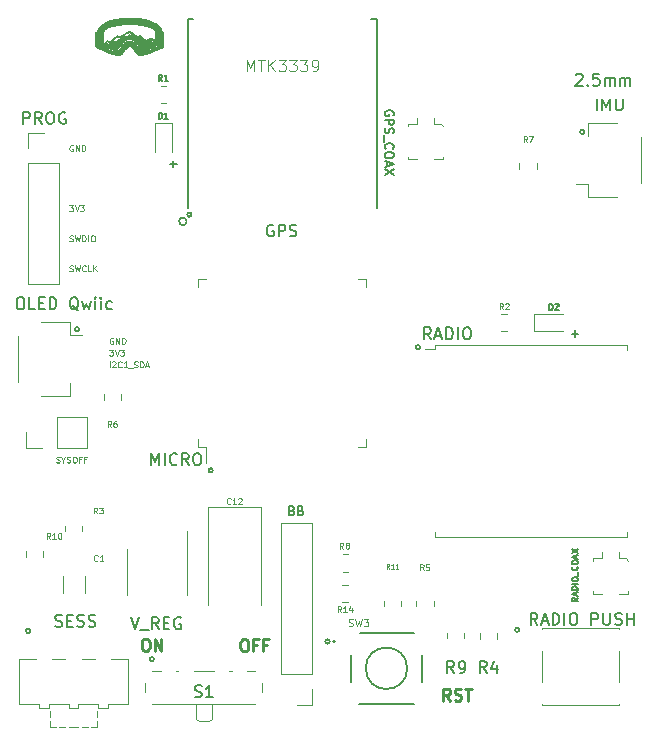
<source format=gbr>
%TF.GenerationSoftware,KiCad,Pcbnew,(5.1.7)-1*%
%TF.CreationDate,2020-10-23T16:32:44-04:00*%
%TF.ProjectId,final_schematic,66696e61-6c5f-4736-9368-656d61746963,3*%
%TF.SameCoordinates,Original*%
%TF.FileFunction,Legend,Top*%
%TF.FilePolarity,Positive*%
%FSLAX46Y46*%
G04 Gerber Fmt 4.6, Leading zero omitted, Abs format (unit mm)*
G04 Created by KiCad (PCBNEW (5.1.7)-1) date 2020-10-23 16:32:44*
%MOMM*%
%LPD*%
G01*
G04 APERTURE LIST*
%ADD10C,0.150000*%
%ADD11C,0.125000*%
%ADD12C,0.250000*%
%ADD13C,0.120000*%
%ADD14C,0.010000*%
%ADD15C,0.200000*%
%ADD16C,0.127000*%
%ADD17C,0.203200*%
%ADD18C,0.100000*%
%ADD19C,0.015000*%
%ADD20C,0.144780*%
%ADD21C,0.077216*%
G04 APERTURE END LIST*
D10*
X146868162Y-56896000D02*
G75*
G03*
X146868162Y-56896000I-183162J0D01*
G01*
D11*
X102155785Y-84860580D02*
X102227214Y-84884390D01*
X102346261Y-84884390D01*
X102393880Y-84860580D01*
X102417690Y-84836771D01*
X102441500Y-84789152D01*
X102441500Y-84741533D01*
X102417690Y-84693914D01*
X102393880Y-84670104D01*
X102346261Y-84646295D01*
X102251023Y-84622485D01*
X102203404Y-84598676D01*
X102179595Y-84574866D01*
X102155785Y-84527247D01*
X102155785Y-84479628D01*
X102179595Y-84432009D01*
X102203404Y-84408200D01*
X102251023Y-84384390D01*
X102370071Y-84384390D01*
X102441500Y-84408200D01*
X102751023Y-84646295D02*
X102751023Y-84884390D01*
X102584357Y-84384390D02*
X102751023Y-84646295D01*
X102917690Y-84384390D01*
X103060547Y-84860580D02*
X103131976Y-84884390D01*
X103251023Y-84884390D01*
X103298642Y-84860580D01*
X103322452Y-84836771D01*
X103346261Y-84789152D01*
X103346261Y-84741533D01*
X103322452Y-84693914D01*
X103298642Y-84670104D01*
X103251023Y-84646295D01*
X103155785Y-84622485D01*
X103108166Y-84598676D01*
X103084357Y-84574866D01*
X103060547Y-84527247D01*
X103060547Y-84479628D01*
X103084357Y-84432009D01*
X103108166Y-84408200D01*
X103155785Y-84384390D01*
X103274833Y-84384390D01*
X103346261Y-84408200D01*
X103655785Y-84384390D02*
X103751023Y-84384390D01*
X103798642Y-84408200D01*
X103846261Y-84455819D01*
X103870071Y-84551057D01*
X103870071Y-84717723D01*
X103846261Y-84812961D01*
X103798642Y-84860580D01*
X103751023Y-84884390D01*
X103655785Y-84884390D01*
X103608166Y-84860580D01*
X103560547Y-84812961D01*
X103536738Y-84717723D01*
X103536738Y-84551057D01*
X103560547Y-84455819D01*
X103608166Y-84408200D01*
X103655785Y-84384390D01*
X104251023Y-84622485D02*
X104084357Y-84622485D01*
X104084357Y-84884390D02*
X104084357Y-84384390D01*
X104322452Y-84384390D01*
X104679595Y-84622485D02*
X104512928Y-84622485D01*
X104512928Y-84884390D02*
X104512928Y-84384390D01*
X104751023Y-84384390D01*
X106660647Y-76836209D02*
X106660647Y-76328209D01*
X106878361Y-76376590D02*
X106902552Y-76352400D01*
X106950933Y-76328209D01*
X107071885Y-76328209D01*
X107120266Y-76352400D01*
X107144457Y-76376590D01*
X107168647Y-76424971D01*
X107168647Y-76473352D01*
X107144457Y-76545923D01*
X106854171Y-76836209D01*
X107168647Y-76836209D01*
X107676647Y-76787828D02*
X107652457Y-76812019D01*
X107579885Y-76836209D01*
X107531504Y-76836209D01*
X107458933Y-76812019D01*
X107410552Y-76763638D01*
X107386361Y-76715257D01*
X107362171Y-76618495D01*
X107362171Y-76545923D01*
X107386361Y-76449161D01*
X107410552Y-76400780D01*
X107458933Y-76352400D01*
X107531504Y-76328209D01*
X107579885Y-76328209D01*
X107652457Y-76352400D01*
X107676647Y-76376590D01*
X108160457Y-76836209D02*
X107870171Y-76836209D01*
X108015314Y-76836209D02*
X108015314Y-76328209D01*
X107966933Y-76400780D01*
X107918552Y-76449161D01*
X107870171Y-76473352D01*
X108257219Y-76884590D02*
X108644266Y-76884590D01*
X108741028Y-76812019D02*
X108813600Y-76836209D01*
X108934552Y-76836209D01*
X108982933Y-76812019D01*
X109007123Y-76787828D01*
X109031314Y-76739447D01*
X109031314Y-76691066D01*
X109007123Y-76642685D01*
X108982933Y-76618495D01*
X108934552Y-76594304D01*
X108837790Y-76570114D01*
X108789409Y-76545923D01*
X108765219Y-76521733D01*
X108741028Y-76473352D01*
X108741028Y-76424971D01*
X108765219Y-76376590D01*
X108789409Y-76352400D01*
X108837790Y-76328209D01*
X108958742Y-76328209D01*
X109031314Y-76352400D01*
X109249028Y-76836209D02*
X109249028Y-76328209D01*
X109369980Y-76328209D01*
X109442552Y-76352400D01*
X109490933Y-76400780D01*
X109515123Y-76449161D01*
X109539314Y-76545923D01*
X109539314Y-76618495D01*
X109515123Y-76715257D01*
X109490933Y-76763638D01*
X109442552Y-76812019D01*
X109369980Y-76836209D01*
X109249028Y-76836209D01*
X109732838Y-76691066D02*
X109974742Y-76691066D01*
X109684457Y-76836209D02*
X109853790Y-76328209D01*
X110023123Y-76836209D01*
X106638876Y-75324909D02*
X106953352Y-75324909D01*
X106784019Y-75518433D01*
X106856590Y-75518433D01*
X106904971Y-75542623D01*
X106929162Y-75566814D01*
X106953352Y-75615195D01*
X106953352Y-75736147D01*
X106929162Y-75784528D01*
X106904971Y-75808719D01*
X106856590Y-75832909D01*
X106711448Y-75832909D01*
X106663067Y-75808719D01*
X106638876Y-75784528D01*
X107098495Y-75324909D02*
X107267829Y-75832909D01*
X107437162Y-75324909D01*
X107558114Y-75324909D02*
X107872590Y-75324909D01*
X107703257Y-75518433D01*
X107775829Y-75518433D01*
X107824209Y-75542623D01*
X107848400Y-75566814D01*
X107872590Y-75615195D01*
X107872590Y-75736147D01*
X107848400Y-75784528D01*
X107824209Y-75808719D01*
X107775829Y-75832909D01*
X107630686Y-75832909D01*
X107582305Y-75808719D01*
X107558114Y-75784528D01*
X106953352Y-74358500D02*
X106904971Y-74334309D01*
X106832400Y-74334309D01*
X106759828Y-74358500D01*
X106711447Y-74406880D01*
X106687257Y-74455261D01*
X106663066Y-74552023D01*
X106663066Y-74624595D01*
X106687257Y-74721357D01*
X106711447Y-74769738D01*
X106759828Y-74818119D01*
X106832400Y-74842309D01*
X106880780Y-74842309D01*
X106953352Y-74818119D01*
X106977542Y-74793928D01*
X106977542Y-74624595D01*
X106880780Y-74624595D01*
X107195257Y-74842309D02*
X107195257Y-74334309D01*
X107485542Y-74842309D01*
X107485542Y-74334309D01*
X107727447Y-74842309D02*
X107727447Y-74334309D01*
X107848400Y-74334309D01*
X107920971Y-74358500D01*
X107969352Y-74406880D01*
X107993542Y-74455261D01*
X108017733Y-74552023D01*
X108017733Y-74624595D01*
X107993542Y-74721357D01*
X107969352Y-74769738D01*
X107920971Y-74818119D01*
X107848400Y-74842309D01*
X107727447Y-74842309D01*
X103257652Y-68684019D02*
X103330223Y-68708209D01*
X103451176Y-68708209D01*
X103499557Y-68684019D01*
X103523747Y-68659828D01*
X103547938Y-68611447D01*
X103547938Y-68563066D01*
X103523747Y-68514685D01*
X103499557Y-68490495D01*
X103451176Y-68466304D01*
X103354414Y-68442114D01*
X103306033Y-68417923D01*
X103281842Y-68393733D01*
X103257652Y-68345352D01*
X103257652Y-68296971D01*
X103281842Y-68248590D01*
X103306033Y-68224400D01*
X103354414Y-68200209D01*
X103475366Y-68200209D01*
X103547938Y-68224400D01*
X103717271Y-68200209D02*
X103838223Y-68708209D01*
X103934985Y-68345352D01*
X104031747Y-68708209D01*
X104152700Y-68200209D01*
X104636509Y-68659828D02*
X104612319Y-68684019D01*
X104539747Y-68708209D01*
X104491366Y-68708209D01*
X104418795Y-68684019D01*
X104370414Y-68635638D01*
X104346223Y-68587257D01*
X104322033Y-68490495D01*
X104322033Y-68417923D01*
X104346223Y-68321161D01*
X104370414Y-68272780D01*
X104418795Y-68224400D01*
X104491366Y-68200209D01*
X104539747Y-68200209D01*
X104612319Y-68224400D01*
X104636509Y-68248590D01*
X105096128Y-68708209D02*
X104854223Y-68708209D01*
X104854223Y-68200209D01*
X105265461Y-68708209D02*
X105265461Y-68200209D01*
X105555747Y-68708209D02*
X105338033Y-68417923D01*
X105555747Y-68200209D02*
X105265461Y-68490495D01*
X103259466Y-66144019D02*
X103332038Y-66168209D01*
X103452990Y-66168209D01*
X103501371Y-66144019D01*
X103525562Y-66119828D01*
X103549752Y-66071447D01*
X103549752Y-66023066D01*
X103525562Y-65974685D01*
X103501371Y-65950495D01*
X103452990Y-65926304D01*
X103356228Y-65902114D01*
X103307847Y-65877923D01*
X103283657Y-65853733D01*
X103259466Y-65805352D01*
X103259466Y-65756971D01*
X103283657Y-65708590D01*
X103307847Y-65684400D01*
X103356228Y-65660209D01*
X103477181Y-65660209D01*
X103549752Y-65684400D01*
X103719085Y-65660209D02*
X103840038Y-66168209D01*
X103936800Y-65805352D01*
X104033562Y-66168209D01*
X104154514Y-65660209D01*
X104348038Y-66168209D02*
X104348038Y-65660209D01*
X104468990Y-65660209D01*
X104541562Y-65684400D01*
X104589943Y-65732780D01*
X104614133Y-65781161D01*
X104638323Y-65877923D01*
X104638323Y-65950495D01*
X104614133Y-66047257D01*
X104589943Y-66095638D01*
X104541562Y-66144019D01*
X104468990Y-66168209D01*
X104348038Y-66168209D01*
X104856038Y-66168209D02*
X104856038Y-65660209D01*
X105194704Y-65660209D02*
X105291466Y-65660209D01*
X105339847Y-65684400D01*
X105388228Y-65732780D01*
X105412419Y-65829542D01*
X105412419Y-65998876D01*
X105388228Y-66095638D01*
X105339847Y-66144019D01*
X105291466Y-66168209D01*
X105194704Y-66168209D01*
X105146323Y-66144019D01*
X105097943Y-66095638D01*
X105073752Y-65998876D01*
X105073752Y-65829542D01*
X105097943Y-65732780D01*
X105146323Y-65684400D01*
X105194704Y-65660209D01*
X103235276Y-63094809D02*
X103549752Y-63094809D01*
X103380419Y-63288333D01*
X103452990Y-63288333D01*
X103501371Y-63312523D01*
X103525562Y-63336714D01*
X103549752Y-63385095D01*
X103549752Y-63506047D01*
X103525562Y-63554428D01*
X103501371Y-63578619D01*
X103452990Y-63602809D01*
X103307848Y-63602809D01*
X103259467Y-63578619D01*
X103235276Y-63554428D01*
X103694895Y-63094809D02*
X103864229Y-63602809D01*
X104033562Y-63094809D01*
X104154514Y-63094809D02*
X104468990Y-63094809D01*
X104299657Y-63288333D01*
X104372229Y-63288333D01*
X104420609Y-63312523D01*
X104444800Y-63336714D01*
X104468990Y-63385095D01*
X104468990Y-63506047D01*
X104444800Y-63554428D01*
X104420609Y-63578619D01*
X104372229Y-63602809D01*
X104227086Y-63602809D01*
X104178705Y-63578619D01*
X104154514Y-63554428D01*
X103549752Y-58039000D02*
X103501371Y-58014809D01*
X103428800Y-58014809D01*
X103356228Y-58039000D01*
X103307847Y-58087380D01*
X103283657Y-58135761D01*
X103259466Y-58232523D01*
X103259466Y-58305095D01*
X103283657Y-58401857D01*
X103307847Y-58450238D01*
X103356228Y-58498619D01*
X103428800Y-58522809D01*
X103477180Y-58522809D01*
X103549752Y-58498619D01*
X103573942Y-58474428D01*
X103573942Y-58305095D01*
X103477180Y-58305095D01*
X103791657Y-58522809D02*
X103791657Y-58014809D01*
X104081942Y-58522809D01*
X104081942Y-58014809D01*
X104323847Y-58522809D02*
X104323847Y-58014809D01*
X104444800Y-58014809D01*
X104517371Y-58039000D01*
X104565752Y-58087380D01*
X104589942Y-58135761D01*
X104614133Y-58232523D01*
X104614133Y-58305095D01*
X104589942Y-58401857D01*
X104565752Y-58450238D01*
X104517371Y-58498619D01*
X104444800Y-58522809D01*
X104323847Y-58522809D01*
D10*
X111779085Y-59603871D02*
X112350514Y-59603871D01*
X112064800Y-59889585D02*
X112064800Y-59318157D01*
X145776985Y-73980271D02*
X146348414Y-73980271D01*
X146062700Y-74265985D02*
X146062700Y-73694557D01*
X130677000Y-55504442D02*
X130712714Y-55433014D01*
X130712714Y-55325871D01*
X130677000Y-55218728D01*
X130605571Y-55147300D01*
X130534142Y-55111585D01*
X130391285Y-55075871D01*
X130284142Y-55075871D01*
X130141285Y-55111585D01*
X130069857Y-55147300D01*
X129998428Y-55218728D01*
X129962714Y-55325871D01*
X129962714Y-55397300D01*
X129998428Y-55504442D01*
X130034142Y-55540157D01*
X130284142Y-55540157D01*
X130284142Y-55397300D01*
X129962714Y-55861585D02*
X130712714Y-55861585D01*
X130712714Y-56147300D01*
X130677000Y-56218728D01*
X130641285Y-56254442D01*
X130569857Y-56290157D01*
X130462714Y-56290157D01*
X130391285Y-56254442D01*
X130355571Y-56218728D01*
X130319857Y-56147300D01*
X130319857Y-55861585D01*
X129998428Y-56575871D02*
X129962714Y-56683014D01*
X129962714Y-56861585D01*
X129998428Y-56933014D01*
X130034142Y-56968728D01*
X130105571Y-57004442D01*
X130177000Y-57004442D01*
X130248428Y-56968728D01*
X130284142Y-56933014D01*
X130319857Y-56861585D01*
X130355571Y-56718728D01*
X130391285Y-56647300D01*
X130427000Y-56611585D01*
X130498428Y-56575871D01*
X130569857Y-56575871D01*
X130641285Y-56611585D01*
X130677000Y-56647300D01*
X130712714Y-56718728D01*
X130712714Y-56897300D01*
X130677000Y-57004442D01*
X129891285Y-57147300D02*
X129891285Y-57718728D01*
X130034142Y-58325871D02*
X129998428Y-58290157D01*
X129962714Y-58183014D01*
X129962714Y-58111585D01*
X129998428Y-58004442D01*
X130069857Y-57933014D01*
X130141285Y-57897300D01*
X130284142Y-57861585D01*
X130391285Y-57861585D01*
X130534142Y-57897300D01*
X130605571Y-57933014D01*
X130677000Y-58004442D01*
X130712714Y-58111585D01*
X130712714Y-58183014D01*
X130677000Y-58290157D01*
X130641285Y-58325871D01*
X130712714Y-58790157D02*
X130712714Y-58933014D01*
X130677000Y-59004442D01*
X130605571Y-59075871D01*
X130462714Y-59111585D01*
X130212714Y-59111585D01*
X130069857Y-59075871D01*
X129998428Y-59004442D01*
X129962714Y-58933014D01*
X129962714Y-58790157D01*
X129998428Y-58718728D01*
X130069857Y-58647300D01*
X130212714Y-58611585D01*
X130462714Y-58611585D01*
X130605571Y-58647300D01*
X130677000Y-58718728D01*
X130712714Y-58790157D01*
X130177000Y-59397300D02*
X130177000Y-59754442D01*
X129962714Y-59325871D02*
X130712714Y-59575871D01*
X129962714Y-59825871D01*
X130712714Y-60004442D02*
X129962714Y-60504442D01*
X130712714Y-60504442D02*
X129962714Y-60004442D01*
X113599524Y-63906400D02*
G75*
G03*
X113599524Y-63906400I-183162J0D01*
G01*
X132943600Y-75133200D02*
G75*
G03*
X132943600Y-75133200I-183162J0D01*
G01*
X141356362Y-99039962D02*
G75*
G03*
X141356362Y-99039962I-183162J0D01*
G01*
X125303562Y-100045238D02*
G75*
G03*
X125303562Y-100045238I-183162J0D01*
G01*
X110419162Y-101549200D02*
G75*
G03*
X110419162Y-101549200I-183162J0D01*
G01*
X99938840Y-99146360D02*
G75*
G03*
X99938840Y-99146360I-183162J0D01*
G01*
X115397562Y-85547200D02*
G75*
G03*
X115397562Y-85547200I-183162J0D01*
G01*
X104094562Y-73609200D02*
G75*
G03*
X104094562Y-73609200I-183162J0D01*
G01*
D12*
X135494780Y-105036880D02*
X135161447Y-104560690D01*
X134923352Y-105036880D02*
X134923352Y-104036880D01*
X135304304Y-104036880D01*
X135399542Y-104084500D01*
X135447161Y-104132119D01*
X135494780Y-104227357D01*
X135494780Y-104370214D01*
X135447161Y-104465452D01*
X135399542Y-104513071D01*
X135304304Y-104560690D01*
X134923352Y-104560690D01*
X135875733Y-104989261D02*
X136018590Y-105036880D01*
X136256685Y-105036880D01*
X136351923Y-104989261D01*
X136399542Y-104941642D01*
X136447161Y-104846404D01*
X136447161Y-104751166D01*
X136399542Y-104655928D01*
X136351923Y-104608309D01*
X136256685Y-104560690D01*
X136066209Y-104513071D01*
X135970971Y-104465452D01*
X135923352Y-104417833D01*
X135875733Y-104322595D01*
X135875733Y-104227357D01*
X135923352Y-104132119D01*
X135970971Y-104084500D01*
X136066209Y-104036880D01*
X136304304Y-104036880D01*
X136447161Y-104084500D01*
X136732876Y-104036880D02*
X137304304Y-104036880D01*
X137018590Y-105036880D02*
X137018590Y-104036880D01*
X117970419Y-99858580D02*
X118160895Y-99858580D01*
X118256133Y-99906200D01*
X118351371Y-100001438D01*
X118398990Y-100191914D01*
X118398990Y-100525247D01*
X118351371Y-100715723D01*
X118256133Y-100810961D01*
X118160895Y-100858580D01*
X117970419Y-100858580D01*
X117875180Y-100810961D01*
X117779942Y-100715723D01*
X117732323Y-100525247D01*
X117732323Y-100191914D01*
X117779942Y-100001438D01*
X117875180Y-99906200D01*
X117970419Y-99858580D01*
X119160895Y-100334771D02*
X118827561Y-100334771D01*
X118827561Y-100858580D02*
X118827561Y-99858580D01*
X119303752Y-99858580D01*
X120018038Y-100334771D02*
X119684704Y-100334771D01*
X119684704Y-100858580D02*
X119684704Y-99858580D01*
X120160895Y-99858580D01*
X109616952Y-99820480D02*
X109807428Y-99820480D01*
X109902666Y-99868100D01*
X109997904Y-99963338D01*
X110045523Y-100153814D01*
X110045523Y-100487147D01*
X109997904Y-100677623D01*
X109902666Y-100772861D01*
X109807428Y-100820480D01*
X109616952Y-100820480D01*
X109521714Y-100772861D01*
X109426476Y-100677623D01*
X109378857Y-100487147D01*
X109378857Y-100153814D01*
X109426476Y-99963338D01*
X109521714Y-99868100D01*
X109616952Y-99820480D01*
X110474095Y-100820480D02*
X110474095Y-99820480D01*
X111045523Y-100820480D01*
X111045523Y-99820480D01*
D13*
%TO.C,PROG*%
X99736600Y-56963000D02*
X101066600Y-56963000D01*
X99736600Y-58293000D02*
X99736600Y-56963000D01*
X99736600Y-59563000D02*
X102396600Y-59563000D01*
X102396600Y-59563000D02*
X102396600Y-69783000D01*
X99736600Y-59563000D02*
X99736600Y-69783000D01*
X99736600Y-69783000D02*
X102396600Y-69783000D01*
%TO.C,OLED Qwiic*%
X100834200Y-73013800D02*
X103334200Y-73013800D01*
X103334200Y-73013800D02*
X103334200Y-74063800D01*
X103334200Y-74063800D02*
X104324200Y-74063800D01*
X100834200Y-79233800D02*
X103334200Y-79233800D01*
X103334200Y-79233800D02*
X103334200Y-78183800D01*
X98864200Y-74183800D02*
X98864200Y-78063800D01*
%TO.C,IMU*%
X149660600Y-62393600D02*
X147160600Y-62393600D01*
X147160600Y-62393600D02*
X147160600Y-61343600D01*
X147160600Y-61343600D02*
X146170600Y-61343600D01*
X149660600Y-56173600D02*
X147160600Y-56173600D01*
X147160600Y-56173600D02*
X147160600Y-57223600D01*
X151630600Y-61223600D02*
X151630600Y-57343600D01*
%TO.C,R9*%
X135193100Y-99328236D02*
X135193100Y-99782364D01*
X136663100Y-99328236D02*
X136663100Y-99782364D01*
%TO.C,R14*%
X126807964Y-95226200D02*
X126353836Y-95226200D01*
X126807964Y-96696200D02*
X126353836Y-96696200D01*
%TO.C,R8*%
X126871464Y-92673500D02*
X126417336Y-92673500D01*
X126871464Y-94143500D02*
X126417336Y-94143500D01*
%TO.C,R7*%
X141339900Y-59551836D02*
X141339900Y-60005964D01*
X142809900Y-59551836D02*
X142809900Y-60005964D01*
%TO.C,R6*%
X107630900Y-79563964D02*
X107630900Y-79109836D01*
X106160900Y-79563964D02*
X106160900Y-79109836D01*
%TO.C,SYSOFF*%
X104771500Y-83664100D02*
X104771500Y-81004100D01*
X102171500Y-83664100D02*
X104771500Y-83664100D01*
X102171500Y-81004100D02*
X104771500Y-81004100D01*
X102171500Y-83664100D02*
X102171500Y-81004100D01*
X100901500Y-83664100D02*
X99571500Y-83664100D01*
X99571500Y-83664100D02*
X99571500Y-82334100D01*
%TO.C,BB*%
X123839280Y-90028720D02*
X121179280Y-90028720D01*
X123839280Y-102788720D02*
X123839280Y-90028720D01*
X121179280Y-102788720D02*
X121179280Y-90028720D01*
X123839280Y-102788720D02*
X121179280Y-102788720D01*
X123839280Y-104058720D02*
X123839280Y-105388720D01*
X123839280Y-105388720D02*
X122509280Y-105388720D01*
D14*
%TO.C,G\u002A\u002A\u002A*%
G36*
X108224320Y-48492228D02*
G01*
X108217063Y-48499485D01*
X108209805Y-48492228D01*
X108217063Y-48484971D01*
X108224320Y-48492228D01*
G37*
X108224320Y-48492228D02*
X108217063Y-48499485D01*
X108209805Y-48492228D01*
X108217063Y-48484971D01*
X108224320Y-48492228D01*
G36*
X108460550Y-48425413D02*
G01*
X108538997Y-48465370D01*
X108599723Y-48501172D01*
X108652030Y-48539268D01*
X108705220Y-48586109D01*
X108738395Y-48618108D01*
X108808638Y-48682650D01*
X108869620Y-48729499D01*
X108916449Y-48755288D01*
X108951245Y-48767548D01*
X108977965Y-48771433D01*
X109006823Y-48765993D01*
X109048031Y-48750278D01*
X109070032Y-48740999D01*
X109119995Y-48721332D01*
X109162071Y-48707501D01*
X109185934Y-48702644D01*
X109220303Y-48712611D01*
X109270641Y-48740550D01*
X109332659Y-48783635D01*
X109402073Y-48839043D01*
X109431083Y-48864143D01*
X109529376Y-48948194D01*
X109613625Y-49014170D01*
X109682447Y-49061112D01*
X109734460Y-49088056D01*
X109762449Y-49094571D01*
X109786947Y-49087631D01*
X109829658Y-49068892D01*
X109883892Y-49041474D01*
X109926246Y-49018153D01*
X110002885Y-48974244D01*
X110059034Y-48942797D01*
X110099900Y-48922768D01*
X110130689Y-48913114D01*
X110156605Y-48912791D01*
X110182856Y-48920755D01*
X110214647Y-48935962D01*
X110249132Y-48953418D01*
X110330778Y-48996945D01*
X110402302Y-49041075D01*
X110459303Y-49082663D01*
X110497379Y-49118565D01*
X110511089Y-49140537D01*
X110515570Y-49180606D01*
X110512170Y-49236179D01*
X110502624Y-49295371D01*
X110488667Y-49346298D01*
X110477591Y-49370065D01*
X110453169Y-49401562D01*
X110419672Y-49431731D01*
X110373213Y-49462984D01*
X110309910Y-49497736D01*
X110225878Y-49538402D01*
X110154720Y-49570751D01*
X110100526Y-49594025D01*
X110032677Y-49621757D01*
X109956580Y-49651895D01*
X109877640Y-49682387D01*
X109801266Y-49711183D01*
X109732862Y-49736231D01*
X109677836Y-49755481D01*
X109641593Y-49766879D01*
X109632205Y-49768994D01*
X109614928Y-49776608D01*
X109607151Y-49781236D01*
X109583061Y-49789447D01*
X109541721Y-49797659D01*
X109516496Y-49801172D01*
X109467615Y-49804253D01*
X109431821Y-49796828D01*
X109394023Y-49775369D01*
X109387789Y-49771097D01*
X109365544Y-49755475D01*
X109346798Y-49740990D01*
X109327996Y-49723865D01*
X109305581Y-49700322D01*
X109275999Y-49666584D01*
X109235693Y-49618876D01*
X109181109Y-49553418D01*
X109167660Y-49537257D01*
X109051026Y-49400834D01*
X108947794Y-49288207D01*
X108856666Y-49198141D01*
X108777909Y-49130742D01*
X109905672Y-49130742D01*
X109989119Y-49151109D01*
X110036245Y-49161847D01*
X110064097Y-49164337D01*
X110081478Y-49157703D01*
X110097190Y-49141066D01*
X110097827Y-49140280D01*
X110121802Y-49114323D01*
X110131336Y-49113546D01*
X110126464Y-49137969D01*
X110120802Y-49153971D01*
X110111826Y-49185118D01*
X110117957Y-49206402D01*
X110143371Y-49230328D01*
X110147366Y-49233533D01*
X110176318Y-49254518D01*
X110191276Y-49257301D01*
X110198988Y-49244902D01*
X110207699Y-49234543D01*
X110223520Y-49243550D01*
X110248012Y-49270569D01*
X110298870Y-49313873D01*
X110356047Y-49335399D01*
X110396463Y-49343875D01*
X110423245Y-49347498D01*
X110428599Y-49346967D01*
X110423604Y-49334068D01*
X110405221Y-49304825D01*
X110381923Y-49271783D01*
X110347228Y-49219903D01*
X110315479Y-49164846D01*
X110301758Y-49136844D01*
X110268833Y-49075706D01*
X110230736Y-49026525D01*
X110192138Y-48994021D01*
X110157707Y-48982913D01*
X110150503Y-48983977D01*
X110109854Y-48991260D01*
X110087998Y-48992773D01*
X110061785Y-48998587D01*
X110029409Y-49017858D01*
X109986228Y-49053812D01*
X109946739Y-49090971D01*
X109905672Y-49130742D01*
X108777909Y-49130742D01*
X108776342Y-49129401D01*
X108705525Y-49080752D01*
X108666551Y-49060464D01*
X108621314Y-49039765D01*
X108581333Y-49020914D01*
X108574094Y-49017389D01*
X108542727Y-49009637D01*
X108489207Y-49004111D01*
X108420322Y-49000776D01*
X108342858Y-48999598D01*
X108263604Y-49000544D01*
X108189347Y-49003581D01*
X108126875Y-49008672D01*
X108082974Y-49015786D01*
X108070488Y-49019910D01*
X107992433Y-49057947D01*
X107931840Y-49092170D01*
X107878994Y-49128971D01*
X107824183Y-49174741D01*
X107794868Y-49201273D01*
X107717084Y-49276751D01*
X107634234Y-49363801D01*
X107554623Y-49453305D01*
X107486556Y-49536147D01*
X107469577Y-49558405D01*
X107425916Y-49613026D01*
X107376316Y-49668970D01*
X107326611Y-49720235D01*
X107282637Y-49760817D01*
X107250228Y-49784714D01*
X107248955Y-49785395D01*
X107186733Y-49802611D01*
X107112555Y-49798189D01*
X107099463Y-49795281D01*
X107042213Y-49778675D01*
X106964301Y-49752448D01*
X106871545Y-49718871D01*
X106769764Y-49680214D01*
X106664775Y-49638749D01*
X106562396Y-49596748D01*
X106468447Y-49556481D01*
X106388744Y-49520220D01*
X106363122Y-49507825D01*
X106306544Y-49477522D01*
X106256221Y-49446488D01*
X106221072Y-49420334D01*
X106215448Y-49414951D01*
X106181609Y-49379295D01*
X106280492Y-49379295D01*
X106284411Y-49394848D01*
X106302144Y-49393751D01*
X106330033Y-49395746D01*
X106346835Y-49406670D01*
X106378017Y-49424661D01*
X106412085Y-49427001D01*
X106437697Y-49414121D01*
X106443572Y-49403000D01*
X106448801Y-49391188D01*
X106451645Y-49407426D01*
X106451893Y-49411905D01*
X106454969Y-49432209D01*
X106466655Y-49440641D01*
X106494625Y-49439815D01*
X106522520Y-49435947D01*
X106563982Y-49428879D01*
X106591559Y-49422495D01*
X106597159Y-49420136D01*
X106594147Y-49406135D01*
X106585668Y-49393876D01*
X106575890Y-49375362D01*
X106586153Y-49367274D01*
X106589206Y-49353022D01*
X106572089Y-49320302D01*
X106554102Y-49294715D01*
X106507909Y-49243661D01*
X106464141Y-49220677D01*
X106419137Y-49225448D01*
X106369237Y-49257659D01*
X106348242Y-49277017D01*
X106314429Y-49315261D01*
X106291172Y-49351060D01*
X106280492Y-49379295D01*
X106181609Y-49379295D01*
X106180000Y-49377600D01*
X106318970Y-49250756D01*
X106457939Y-49123912D01*
X106557586Y-49177733D01*
X106657233Y-49231555D01*
X106669415Y-49225200D01*
X106868447Y-49225200D01*
X106936062Y-49225200D01*
X106984991Y-49221176D01*
X107012368Y-49207766D01*
X107018471Y-49199800D01*
X107030095Y-49182140D01*
X107033420Y-49189889D01*
X107033707Y-49199800D01*
X107035424Y-49213247D01*
X107042765Y-49220928D01*
X107059853Y-49222343D01*
X107090813Y-49216994D01*
X107139771Y-49204381D01*
X107210850Y-49184004D01*
X107243576Y-49174400D01*
X107309849Y-49155023D01*
X107365278Y-49139052D01*
X107404342Y-49128062D01*
X107421523Y-49123624D01*
X107421782Y-49123600D01*
X107423221Y-49110970D01*
X107419870Y-49079593D01*
X107418227Y-49069171D01*
X107409104Y-49014743D01*
X107457483Y-49069237D01*
X107503824Y-49110284D01*
X107550021Y-49132099D01*
X107553034Y-49132737D01*
X107600205Y-49141743D01*
X107600205Y-49075292D01*
X107596647Y-49028652D01*
X107583429Y-48999995D01*
X107567548Y-48985848D01*
X107511792Y-48945783D01*
X107452430Y-48901858D01*
X107400342Y-48862179D01*
X107379693Y-48845877D01*
X107351516Y-48825698D01*
X107331210Y-48823441D01*
X107304957Y-48837734D01*
X107304004Y-48838357D01*
X107270751Y-48857985D01*
X107258893Y-48858269D01*
X107267574Y-48838269D01*
X107282964Y-48815171D01*
X107301956Y-48786913D01*
X107304088Y-48778877D01*
X107289916Y-48788061D01*
X107287676Y-48789771D01*
X107255902Y-48818597D01*
X107233755Y-48842936D01*
X107209025Y-48866051D01*
X107167855Y-48897495D01*
X107118774Y-48930792D01*
X107114507Y-48933503D01*
X107066595Y-48966596D01*
X107027515Y-48998748D01*
X107005006Y-49023524D01*
X107003896Y-49025480D01*
X106981394Y-49060916D01*
X106956134Y-49092912D01*
X106925291Y-49127539D01*
X106961577Y-49109312D01*
X106976219Y-49104576D01*
X106971638Y-49115506D01*
X106946879Y-49143747D01*
X106933155Y-49158143D01*
X106868447Y-49225200D01*
X106669415Y-49225200D01*
X106711434Y-49203282D01*
X106744704Y-49180830D01*
X106790613Y-49143159D01*
X106842048Y-49096323D01*
X106874491Y-49064429D01*
X106928858Y-49010816D01*
X106984920Y-48958199D01*
X107034160Y-48914465D01*
X107055053Y-48897210D01*
X107100355Y-48860580D01*
X107142112Y-48825415D01*
X107163910Y-48806066D01*
X107200847Y-48775115D01*
X107245271Y-48742157D01*
X107254806Y-48735648D01*
X107308549Y-48699735D01*
X107397179Y-48744023D01*
X107485808Y-48788312D01*
X107561150Y-48740973D01*
X107597181Y-48720275D01*
X107733611Y-48720275D01*
X107743269Y-48730122D01*
X107755684Y-48743075D01*
X107743269Y-48755262D01*
X107745530Y-48763537D01*
X107775928Y-48772642D01*
X107833593Y-48782334D01*
X107846948Y-48784142D01*
X107904187Y-48791724D01*
X107950114Y-48797917D01*
X107977351Y-48801721D01*
X107981205Y-48802322D01*
X107989856Y-48791787D01*
X107992091Y-48773649D01*
X107992091Y-48743012D01*
X108042891Y-48805108D01*
X108074137Y-48794565D01*
X109080511Y-48794565D01*
X109081704Y-48812796D01*
X109081837Y-48812958D01*
X109106072Y-48825147D01*
X109118009Y-48823641D01*
X109135992Y-48824863D01*
X109138720Y-48831761D01*
X109151131Y-48843835D01*
X109175005Y-48847828D01*
X109204560Y-48840019D01*
X109211614Y-48822428D01*
X109214187Y-48807133D01*
X109224923Y-48813634D01*
X109237014Y-48827795D01*
X109270010Y-48859418D01*
X109307213Y-48883079D01*
X109332703Y-48890930D01*
X109334628Y-48880773D01*
X109322725Y-48855356D01*
X109320350Y-48851457D01*
X109275931Y-48795723D01*
X109227502Y-48766596D01*
X109188595Y-48760743D01*
X109140147Y-48765510D01*
X109102055Y-48777793D01*
X109080511Y-48794565D01*
X108074137Y-48794565D01*
X108144491Y-48770827D01*
X108198203Y-48751427D01*
X108230924Y-48734848D01*
X108249641Y-48716171D01*
X108261341Y-48690477D01*
X108262185Y-48687965D01*
X108278279Y-48639384D01*
X108298474Y-48681519D01*
X108309759Y-48701303D01*
X108325004Y-48715602D01*
X108349561Y-48726250D01*
X108388784Y-48735081D01*
X108448025Y-48743929D01*
X108500091Y-48750594D01*
X108565405Y-48758740D01*
X108518005Y-48716198D01*
X108492583Y-48690929D01*
X108482523Y-48675687D01*
X108484491Y-48673657D01*
X108504379Y-48684218D01*
X108507348Y-48688171D01*
X108527358Y-48702157D01*
X108531825Y-48702685D01*
X108531204Y-48693232D01*
X108514119Y-48668610D01*
X108488456Y-48638814D01*
X108449191Y-48591297D01*
X108413518Y-48540025D01*
X108398467Y-48513952D01*
X108380425Y-48480879D01*
X108363575Y-48463840D01*
X108339834Y-48460660D01*
X108301120Y-48469166D01*
X108267863Y-48478821D01*
X108242905Y-48485039D01*
X108242372Y-48478094D01*
X108257103Y-48460567D01*
X108254647Y-48456308D01*
X108231645Y-48463417D01*
X108193087Y-48479460D01*
X108143965Y-48502001D01*
X108089268Y-48528605D01*
X108033986Y-48556835D01*
X107983111Y-48584257D01*
X107941632Y-48608436D01*
X107914541Y-48626935D01*
X107912263Y-48628860D01*
X107869448Y-48661466D01*
X107821359Y-48690595D01*
X107777635Y-48710957D01*
X107750892Y-48717422D01*
X107733611Y-48720275D01*
X107597181Y-48720275D01*
X107618401Y-48708086D01*
X107681091Y-48676572D01*
X107712243Y-48662864D01*
X107757656Y-48643023D01*
X107793324Y-48624951D01*
X107806586Y-48616386D01*
X107860306Y-48576950D01*
X107937047Y-48530264D01*
X108038431Y-48475382D01*
X108119464Y-48434296D01*
X108297638Y-48345791D01*
X108460550Y-48425413D01*
G37*
X108460550Y-48425413D02*
X108538997Y-48465370D01*
X108599723Y-48501172D01*
X108652030Y-48539268D01*
X108705220Y-48586109D01*
X108738395Y-48618108D01*
X108808638Y-48682650D01*
X108869620Y-48729499D01*
X108916449Y-48755288D01*
X108951245Y-48767548D01*
X108977965Y-48771433D01*
X109006823Y-48765993D01*
X109048031Y-48750278D01*
X109070032Y-48740999D01*
X109119995Y-48721332D01*
X109162071Y-48707501D01*
X109185934Y-48702644D01*
X109220303Y-48712611D01*
X109270641Y-48740550D01*
X109332659Y-48783635D01*
X109402073Y-48839043D01*
X109431083Y-48864143D01*
X109529376Y-48948194D01*
X109613625Y-49014170D01*
X109682447Y-49061112D01*
X109734460Y-49088056D01*
X109762449Y-49094571D01*
X109786947Y-49087631D01*
X109829658Y-49068892D01*
X109883892Y-49041474D01*
X109926246Y-49018153D01*
X110002885Y-48974244D01*
X110059034Y-48942797D01*
X110099900Y-48922768D01*
X110130689Y-48913114D01*
X110156605Y-48912791D01*
X110182856Y-48920755D01*
X110214647Y-48935962D01*
X110249132Y-48953418D01*
X110330778Y-48996945D01*
X110402302Y-49041075D01*
X110459303Y-49082663D01*
X110497379Y-49118565D01*
X110511089Y-49140537D01*
X110515570Y-49180606D01*
X110512170Y-49236179D01*
X110502624Y-49295371D01*
X110488667Y-49346298D01*
X110477591Y-49370065D01*
X110453169Y-49401562D01*
X110419672Y-49431731D01*
X110373213Y-49462984D01*
X110309910Y-49497736D01*
X110225878Y-49538402D01*
X110154720Y-49570751D01*
X110100526Y-49594025D01*
X110032677Y-49621757D01*
X109956580Y-49651895D01*
X109877640Y-49682387D01*
X109801266Y-49711183D01*
X109732862Y-49736231D01*
X109677836Y-49755481D01*
X109641593Y-49766879D01*
X109632205Y-49768994D01*
X109614928Y-49776608D01*
X109607151Y-49781236D01*
X109583061Y-49789447D01*
X109541721Y-49797659D01*
X109516496Y-49801172D01*
X109467615Y-49804253D01*
X109431821Y-49796828D01*
X109394023Y-49775369D01*
X109387789Y-49771097D01*
X109365544Y-49755475D01*
X109346798Y-49740990D01*
X109327996Y-49723865D01*
X109305581Y-49700322D01*
X109275999Y-49666584D01*
X109235693Y-49618876D01*
X109181109Y-49553418D01*
X109167660Y-49537257D01*
X109051026Y-49400834D01*
X108947794Y-49288207D01*
X108856666Y-49198141D01*
X108777909Y-49130742D01*
X109905672Y-49130742D01*
X109989119Y-49151109D01*
X110036245Y-49161847D01*
X110064097Y-49164337D01*
X110081478Y-49157703D01*
X110097190Y-49141066D01*
X110097827Y-49140280D01*
X110121802Y-49114323D01*
X110131336Y-49113546D01*
X110126464Y-49137969D01*
X110120802Y-49153971D01*
X110111826Y-49185118D01*
X110117957Y-49206402D01*
X110143371Y-49230328D01*
X110147366Y-49233533D01*
X110176318Y-49254518D01*
X110191276Y-49257301D01*
X110198988Y-49244902D01*
X110207699Y-49234543D01*
X110223520Y-49243550D01*
X110248012Y-49270569D01*
X110298870Y-49313873D01*
X110356047Y-49335399D01*
X110396463Y-49343875D01*
X110423245Y-49347498D01*
X110428599Y-49346967D01*
X110423604Y-49334068D01*
X110405221Y-49304825D01*
X110381923Y-49271783D01*
X110347228Y-49219903D01*
X110315479Y-49164846D01*
X110301758Y-49136844D01*
X110268833Y-49075706D01*
X110230736Y-49026525D01*
X110192138Y-48994021D01*
X110157707Y-48982913D01*
X110150503Y-48983977D01*
X110109854Y-48991260D01*
X110087998Y-48992773D01*
X110061785Y-48998587D01*
X110029409Y-49017858D01*
X109986228Y-49053812D01*
X109946739Y-49090971D01*
X109905672Y-49130742D01*
X108777909Y-49130742D01*
X108776342Y-49129401D01*
X108705525Y-49080752D01*
X108666551Y-49060464D01*
X108621314Y-49039765D01*
X108581333Y-49020914D01*
X108574094Y-49017389D01*
X108542727Y-49009637D01*
X108489207Y-49004111D01*
X108420322Y-49000776D01*
X108342858Y-48999598D01*
X108263604Y-49000544D01*
X108189347Y-49003581D01*
X108126875Y-49008672D01*
X108082974Y-49015786D01*
X108070488Y-49019910D01*
X107992433Y-49057947D01*
X107931840Y-49092170D01*
X107878994Y-49128971D01*
X107824183Y-49174741D01*
X107794868Y-49201273D01*
X107717084Y-49276751D01*
X107634234Y-49363801D01*
X107554623Y-49453305D01*
X107486556Y-49536147D01*
X107469577Y-49558405D01*
X107425916Y-49613026D01*
X107376316Y-49668970D01*
X107326611Y-49720235D01*
X107282637Y-49760817D01*
X107250228Y-49784714D01*
X107248955Y-49785395D01*
X107186733Y-49802611D01*
X107112555Y-49798189D01*
X107099463Y-49795281D01*
X107042213Y-49778675D01*
X106964301Y-49752448D01*
X106871545Y-49718871D01*
X106769764Y-49680214D01*
X106664775Y-49638749D01*
X106562396Y-49596748D01*
X106468447Y-49556481D01*
X106388744Y-49520220D01*
X106363122Y-49507825D01*
X106306544Y-49477522D01*
X106256221Y-49446488D01*
X106221072Y-49420334D01*
X106215448Y-49414951D01*
X106181609Y-49379295D01*
X106280492Y-49379295D01*
X106284411Y-49394848D01*
X106302144Y-49393751D01*
X106330033Y-49395746D01*
X106346835Y-49406670D01*
X106378017Y-49424661D01*
X106412085Y-49427001D01*
X106437697Y-49414121D01*
X106443572Y-49403000D01*
X106448801Y-49391188D01*
X106451645Y-49407426D01*
X106451893Y-49411905D01*
X106454969Y-49432209D01*
X106466655Y-49440641D01*
X106494625Y-49439815D01*
X106522520Y-49435947D01*
X106563982Y-49428879D01*
X106591559Y-49422495D01*
X106597159Y-49420136D01*
X106594147Y-49406135D01*
X106585668Y-49393876D01*
X106575890Y-49375362D01*
X106586153Y-49367274D01*
X106589206Y-49353022D01*
X106572089Y-49320302D01*
X106554102Y-49294715D01*
X106507909Y-49243661D01*
X106464141Y-49220677D01*
X106419137Y-49225448D01*
X106369237Y-49257659D01*
X106348242Y-49277017D01*
X106314429Y-49315261D01*
X106291172Y-49351060D01*
X106280492Y-49379295D01*
X106181609Y-49379295D01*
X106180000Y-49377600D01*
X106318970Y-49250756D01*
X106457939Y-49123912D01*
X106557586Y-49177733D01*
X106657233Y-49231555D01*
X106669415Y-49225200D01*
X106868447Y-49225200D01*
X106936062Y-49225200D01*
X106984991Y-49221176D01*
X107012368Y-49207766D01*
X107018471Y-49199800D01*
X107030095Y-49182140D01*
X107033420Y-49189889D01*
X107033707Y-49199800D01*
X107035424Y-49213247D01*
X107042765Y-49220928D01*
X107059853Y-49222343D01*
X107090813Y-49216994D01*
X107139771Y-49204381D01*
X107210850Y-49184004D01*
X107243576Y-49174400D01*
X107309849Y-49155023D01*
X107365278Y-49139052D01*
X107404342Y-49128062D01*
X107421523Y-49123624D01*
X107421782Y-49123600D01*
X107423221Y-49110970D01*
X107419870Y-49079593D01*
X107418227Y-49069171D01*
X107409104Y-49014743D01*
X107457483Y-49069237D01*
X107503824Y-49110284D01*
X107550021Y-49132099D01*
X107553034Y-49132737D01*
X107600205Y-49141743D01*
X107600205Y-49075292D01*
X107596647Y-49028652D01*
X107583429Y-48999995D01*
X107567548Y-48985848D01*
X107511792Y-48945783D01*
X107452430Y-48901858D01*
X107400342Y-48862179D01*
X107379693Y-48845877D01*
X107351516Y-48825698D01*
X107331210Y-48823441D01*
X107304957Y-48837734D01*
X107304004Y-48838357D01*
X107270751Y-48857985D01*
X107258893Y-48858269D01*
X107267574Y-48838269D01*
X107282964Y-48815171D01*
X107301956Y-48786913D01*
X107304088Y-48778877D01*
X107289916Y-48788061D01*
X107287676Y-48789771D01*
X107255902Y-48818597D01*
X107233755Y-48842936D01*
X107209025Y-48866051D01*
X107167855Y-48897495D01*
X107118774Y-48930792D01*
X107114507Y-48933503D01*
X107066595Y-48966596D01*
X107027515Y-48998748D01*
X107005006Y-49023524D01*
X107003896Y-49025480D01*
X106981394Y-49060916D01*
X106956134Y-49092912D01*
X106925291Y-49127539D01*
X106961577Y-49109312D01*
X106976219Y-49104576D01*
X106971638Y-49115506D01*
X106946879Y-49143747D01*
X106933155Y-49158143D01*
X106868447Y-49225200D01*
X106669415Y-49225200D01*
X106711434Y-49203282D01*
X106744704Y-49180830D01*
X106790613Y-49143159D01*
X106842048Y-49096323D01*
X106874491Y-49064429D01*
X106928858Y-49010816D01*
X106984920Y-48958199D01*
X107034160Y-48914465D01*
X107055053Y-48897210D01*
X107100355Y-48860580D01*
X107142112Y-48825415D01*
X107163910Y-48806066D01*
X107200847Y-48775115D01*
X107245271Y-48742157D01*
X107254806Y-48735648D01*
X107308549Y-48699735D01*
X107397179Y-48744023D01*
X107485808Y-48788312D01*
X107561150Y-48740973D01*
X107597181Y-48720275D01*
X107733611Y-48720275D01*
X107743269Y-48730122D01*
X107755684Y-48743075D01*
X107743269Y-48755262D01*
X107745530Y-48763537D01*
X107775928Y-48772642D01*
X107833593Y-48782334D01*
X107846948Y-48784142D01*
X107904187Y-48791724D01*
X107950114Y-48797917D01*
X107977351Y-48801721D01*
X107981205Y-48802322D01*
X107989856Y-48791787D01*
X107992091Y-48773649D01*
X107992091Y-48743012D01*
X108042891Y-48805108D01*
X108074137Y-48794565D01*
X109080511Y-48794565D01*
X109081704Y-48812796D01*
X109081837Y-48812958D01*
X109106072Y-48825147D01*
X109118009Y-48823641D01*
X109135992Y-48824863D01*
X109138720Y-48831761D01*
X109151131Y-48843835D01*
X109175005Y-48847828D01*
X109204560Y-48840019D01*
X109211614Y-48822428D01*
X109214187Y-48807133D01*
X109224923Y-48813634D01*
X109237014Y-48827795D01*
X109270010Y-48859418D01*
X109307213Y-48883079D01*
X109332703Y-48890930D01*
X109334628Y-48880773D01*
X109322725Y-48855356D01*
X109320350Y-48851457D01*
X109275931Y-48795723D01*
X109227502Y-48766596D01*
X109188595Y-48760743D01*
X109140147Y-48765510D01*
X109102055Y-48777793D01*
X109080511Y-48794565D01*
X108074137Y-48794565D01*
X108144491Y-48770827D01*
X108198203Y-48751427D01*
X108230924Y-48734848D01*
X108249641Y-48716171D01*
X108261341Y-48690477D01*
X108262185Y-48687965D01*
X108278279Y-48639384D01*
X108298474Y-48681519D01*
X108309759Y-48701303D01*
X108325004Y-48715602D01*
X108349561Y-48726250D01*
X108388784Y-48735081D01*
X108448025Y-48743929D01*
X108500091Y-48750594D01*
X108565405Y-48758740D01*
X108518005Y-48716198D01*
X108492583Y-48690929D01*
X108482523Y-48675687D01*
X108484491Y-48673657D01*
X108504379Y-48684218D01*
X108507348Y-48688171D01*
X108527358Y-48702157D01*
X108531825Y-48702685D01*
X108531204Y-48693232D01*
X108514119Y-48668610D01*
X108488456Y-48638814D01*
X108449191Y-48591297D01*
X108413518Y-48540025D01*
X108398467Y-48513952D01*
X108380425Y-48480879D01*
X108363575Y-48463840D01*
X108339834Y-48460660D01*
X108301120Y-48469166D01*
X108267863Y-48478821D01*
X108242905Y-48485039D01*
X108242372Y-48478094D01*
X108257103Y-48460567D01*
X108254647Y-48456308D01*
X108231645Y-48463417D01*
X108193087Y-48479460D01*
X108143965Y-48502001D01*
X108089268Y-48528605D01*
X108033986Y-48556835D01*
X107983111Y-48584257D01*
X107941632Y-48608436D01*
X107914541Y-48626935D01*
X107912263Y-48628860D01*
X107869448Y-48661466D01*
X107821359Y-48690595D01*
X107777635Y-48710957D01*
X107750892Y-48717422D01*
X107733611Y-48720275D01*
X107597181Y-48720275D01*
X107618401Y-48708086D01*
X107681091Y-48676572D01*
X107712243Y-48662864D01*
X107757656Y-48643023D01*
X107793324Y-48624951D01*
X107806586Y-48616386D01*
X107860306Y-48576950D01*
X107937047Y-48530264D01*
X108038431Y-48475382D01*
X108119464Y-48434296D01*
X108297638Y-48345791D01*
X108460550Y-48425413D01*
G36*
X108636878Y-47575731D02*
G01*
X109048371Y-47605956D01*
X109451329Y-47660092D01*
X109784605Y-47725032D01*
X109972198Y-47771897D01*
X110133025Y-47822765D01*
X110269220Y-47878920D01*
X110382919Y-47941642D01*
X110476255Y-48012217D01*
X110551365Y-48091924D01*
X110610381Y-48182049D01*
X110637051Y-48237207D01*
X110684491Y-48347085D01*
X110681363Y-48887339D01*
X110680478Y-49027483D01*
X110679498Y-49141651D01*
X110678256Y-49232897D01*
X110676586Y-49304276D01*
X110674323Y-49358839D01*
X110671299Y-49399640D01*
X110667350Y-49429734D01*
X110662308Y-49452172D01*
X110656008Y-49470009D01*
X110648840Y-49485213D01*
X110620258Y-49529887D01*
X110580410Y-49570008D01*
X110524225Y-49609604D01*
X110446637Y-49652704D01*
X110423234Y-49664532D01*
X110328235Y-49709104D01*
X110213396Y-49758637D01*
X110086752Y-49810004D01*
X109956343Y-49860078D01*
X109830205Y-49905731D01*
X109716376Y-49943834D01*
X109665540Y-49959385D01*
X109591850Y-49979159D01*
X109537656Y-49987410D01*
X109495392Y-49983118D01*
X109457494Y-49965264D01*
X109416396Y-49932831D01*
X109407234Y-49924602D01*
X109376488Y-49893994D01*
X109331874Y-49846122D01*
X109277961Y-49786143D01*
X109219317Y-49719212D01*
X109160513Y-49650487D01*
X109106117Y-49585125D01*
X109102434Y-49580615D01*
X109049100Y-49516511D01*
X108988446Y-49445723D01*
X108925287Y-49373664D01*
X108864439Y-49305748D01*
X108810715Y-49247386D01*
X108768932Y-49203993D01*
X108757592Y-49192938D01*
X108711147Y-49155485D01*
X108653694Y-49117834D01*
X108618459Y-49098595D01*
X108584675Y-49082745D01*
X108554650Y-49071702D01*
X108522102Y-49064601D01*
X108480750Y-49060577D01*
X108424314Y-49058763D01*
X108346513Y-49058294D01*
X108325920Y-49058285D01*
X108242433Y-49058589D01*
X108181726Y-49060063D01*
X108137550Y-49063552D01*
X108103659Y-49069901D01*
X108073804Y-49079956D01*
X108041739Y-49094562D01*
X108035634Y-49097551D01*
X107971151Y-49136868D01*
X107897615Y-49196232D01*
X107813846Y-49276814D01*
X107718660Y-49379787D01*
X107610874Y-49506323D01*
X107558570Y-49570488D01*
X107455266Y-49695615D01*
X107363996Y-49799762D01*
X107285627Y-49882015D01*
X107221025Y-49941465D01*
X107173521Y-49975800D01*
X107149348Y-49986904D01*
X107122578Y-49991041D01*
X107087252Y-49987536D01*
X107037410Y-49975712D01*
X106967094Y-49954893D01*
X106954320Y-49950924D01*
X106834877Y-49911812D01*
X106711220Y-49867972D01*
X106587444Y-49821140D01*
X106467643Y-49773048D01*
X106355915Y-49725430D01*
X106256353Y-49680021D01*
X106173054Y-49638554D01*
X106110114Y-49602764D01*
X106077611Y-49579755D01*
X106053164Y-49558733D01*
X106033028Y-49538726D01*
X106016758Y-49516799D01*
X106003910Y-49490013D01*
X105994038Y-49455431D01*
X105986697Y-49410117D01*
X105981442Y-49351132D01*
X105977828Y-49275540D01*
X105975411Y-49180404D01*
X105973744Y-49062785D01*
X105972383Y-48919746D01*
X105972069Y-48883204D01*
X105971837Y-48856038D01*
X106119829Y-48856038D01*
X106120236Y-48987579D01*
X106121680Y-49093658D01*
X106124585Y-49177831D01*
X106129379Y-49243659D01*
X106136485Y-49294699D01*
X106146330Y-49334511D01*
X106159339Y-49366654D01*
X106175936Y-49394685D01*
X106185857Y-49408462D01*
X106218135Y-49438632D01*
X106272581Y-49475641D01*
X106344003Y-49516636D01*
X106427205Y-49558762D01*
X106516996Y-49599165D01*
X106576948Y-49623350D01*
X106639940Y-49647881D01*
X106704051Y-49673418D01*
X106751120Y-49692663D01*
X106844995Y-49729769D01*
X106938047Y-49762732D01*
X107024364Y-49789745D01*
X107098035Y-49809003D01*
X107153149Y-49818702D01*
X107166410Y-49819499D01*
X107221210Y-49814325D01*
X107265891Y-49793445D01*
X107283570Y-49780371D01*
X107311749Y-49757593D01*
X107335306Y-49736920D01*
X107358657Y-49713620D01*
X107386220Y-49682965D01*
X107422412Y-49640223D01*
X107471649Y-49580664D01*
X107483477Y-49566285D01*
X107576168Y-49455899D01*
X107658205Y-49363641D01*
X107735136Y-49283555D01*
X107812510Y-49209684D01*
X107832434Y-49191613D01*
X107909251Y-49127267D01*
X107975470Y-49083046D01*
X108037206Y-49055339D01*
X108083641Y-49043337D01*
X108120732Y-49033610D01*
X108143613Y-49022481D01*
X108145508Y-49020354D01*
X108162862Y-49014678D01*
X108202167Y-49010690D01*
X108256396Y-49008358D01*
X108318523Y-49007650D01*
X108381522Y-49008534D01*
X108438365Y-49010979D01*
X108482025Y-49014952D01*
X108505478Y-49020421D01*
X108507348Y-49022000D01*
X108527593Y-49033823D01*
X108548119Y-49036833D01*
X108593087Y-49046100D01*
X108651105Y-49070390D01*
X108713473Y-49105498D01*
X108763780Y-49141001D01*
X108826493Y-49195097D01*
X108900748Y-49266438D01*
X108980736Y-49348994D01*
X109060646Y-49436739D01*
X109134669Y-49523644D01*
X109145729Y-49537257D01*
X109197801Y-49599563D01*
X109253471Y-49662501D01*
X109304712Y-49717154D01*
X109331917Y-49744085D01*
X109368147Y-49776647D01*
X109401354Y-49800644D01*
X109435287Y-49815811D01*
X109473699Y-49821883D01*
X109520340Y-49818595D01*
X109578961Y-49805682D01*
X109653313Y-49782879D01*
X109747147Y-49749920D01*
X109864213Y-49706542D01*
X109864434Y-49706459D01*
X110018315Y-49647363D01*
X110146471Y-49594788D01*
X110251164Y-49547553D01*
X110334654Y-49504475D01*
X110399205Y-49464371D01*
X110447078Y-49426061D01*
X110480535Y-49388360D01*
X110484722Y-49382276D01*
X110524834Y-49321662D01*
X110524834Y-48870660D01*
X110524426Y-48727174D01*
X110523146Y-48610371D01*
X110520908Y-48517919D01*
X110517626Y-48447481D01*
X110513214Y-48396724D01*
X110507587Y-48363314D01*
X110505957Y-48357321D01*
X110477841Y-48300450D01*
X110428783Y-48237638D01*
X110364457Y-48174530D01*
X110290538Y-48116771D01*
X110221905Y-48074768D01*
X110115632Y-48026807D01*
X109982991Y-47980915D01*
X109826607Y-47937693D01*
X109649103Y-47897741D01*
X109453103Y-47861660D01*
X109241232Y-47830049D01*
X109054063Y-47807515D01*
X108946531Y-47798342D01*
X108816046Y-47791157D01*
X108668236Y-47785961D01*
X108508731Y-47782754D01*
X108343162Y-47781536D01*
X108177156Y-47782307D01*
X108016344Y-47785067D01*
X107866356Y-47789816D01*
X107732820Y-47796554D01*
X107621367Y-47805282D01*
X107600205Y-47807487D01*
X107464648Y-47823896D01*
X107324688Y-47843499D01*
X107185658Y-47865356D01*
X107052890Y-47888523D01*
X106931718Y-47912057D01*
X106827473Y-47935018D01*
X106745488Y-47956461D01*
X106729348Y-47961394D01*
X106691458Y-47973402D01*
X106644286Y-47988317D01*
X106635005Y-47991247D01*
X106558991Y-48018583D01*
X106470579Y-48055688D01*
X106396422Y-48090338D01*
X106362455Y-48112204D01*
X106317074Y-48148231D01*
X106268833Y-48191512D01*
X106257756Y-48202237D01*
X106221164Y-48239596D01*
X106191668Y-48274552D01*
X106168507Y-48310713D01*
X106150920Y-48351684D01*
X106138147Y-48401071D01*
X106129426Y-48462481D01*
X106123997Y-48539520D01*
X106121099Y-48635795D01*
X106119972Y-48754910D01*
X106119829Y-48856038D01*
X105971837Y-48856038D01*
X105967348Y-48332571D01*
X106020176Y-48223714D01*
X106072731Y-48131119D01*
X106136380Y-48049475D01*
X106213499Y-47977487D01*
X106306462Y-47913865D01*
X106417646Y-47857316D01*
X106549428Y-47806547D01*
X106704182Y-47760267D01*
X106884286Y-47717183D01*
X106992527Y-47694869D01*
X107394675Y-47628985D01*
X107805681Y-47587198D01*
X108221198Y-47569463D01*
X108636878Y-47575731D01*
G37*
X108636878Y-47575731D02*
X109048371Y-47605956D01*
X109451329Y-47660092D01*
X109784605Y-47725032D01*
X109972198Y-47771897D01*
X110133025Y-47822765D01*
X110269220Y-47878920D01*
X110382919Y-47941642D01*
X110476255Y-48012217D01*
X110551365Y-48091924D01*
X110610381Y-48182049D01*
X110637051Y-48237207D01*
X110684491Y-48347085D01*
X110681363Y-48887339D01*
X110680478Y-49027483D01*
X110679498Y-49141651D01*
X110678256Y-49232897D01*
X110676586Y-49304276D01*
X110674323Y-49358839D01*
X110671299Y-49399640D01*
X110667350Y-49429734D01*
X110662308Y-49452172D01*
X110656008Y-49470009D01*
X110648840Y-49485213D01*
X110620258Y-49529887D01*
X110580410Y-49570008D01*
X110524225Y-49609604D01*
X110446637Y-49652704D01*
X110423234Y-49664532D01*
X110328235Y-49709104D01*
X110213396Y-49758637D01*
X110086752Y-49810004D01*
X109956343Y-49860078D01*
X109830205Y-49905731D01*
X109716376Y-49943834D01*
X109665540Y-49959385D01*
X109591850Y-49979159D01*
X109537656Y-49987410D01*
X109495392Y-49983118D01*
X109457494Y-49965264D01*
X109416396Y-49932831D01*
X109407234Y-49924602D01*
X109376488Y-49893994D01*
X109331874Y-49846122D01*
X109277961Y-49786143D01*
X109219317Y-49719212D01*
X109160513Y-49650487D01*
X109106117Y-49585125D01*
X109102434Y-49580615D01*
X109049100Y-49516511D01*
X108988446Y-49445723D01*
X108925287Y-49373664D01*
X108864439Y-49305748D01*
X108810715Y-49247386D01*
X108768932Y-49203993D01*
X108757592Y-49192938D01*
X108711147Y-49155485D01*
X108653694Y-49117834D01*
X108618459Y-49098595D01*
X108584675Y-49082745D01*
X108554650Y-49071702D01*
X108522102Y-49064601D01*
X108480750Y-49060577D01*
X108424314Y-49058763D01*
X108346513Y-49058294D01*
X108325920Y-49058285D01*
X108242433Y-49058589D01*
X108181726Y-49060063D01*
X108137550Y-49063552D01*
X108103659Y-49069901D01*
X108073804Y-49079956D01*
X108041739Y-49094562D01*
X108035634Y-49097551D01*
X107971151Y-49136868D01*
X107897615Y-49196232D01*
X107813846Y-49276814D01*
X107718660Y-49379787D01*
X107610874Y-49506323D01*
X107558570Y-49570488D01*
X107455266Y-49695615D01*
X107363996Y-49799762D01*
X107285627Y-49882015D01*
X107221025Y-49941465D01*
X107173521Y-49975800D01*
X107149348Y-49986904D01*
X107122578Y-49991041D01*
X107087252Y-49987536D01*
X107037410Y-49975712D01*
X106967094Y-49954893D01*
X106954320Y-49950924D01*
X106834877Y-49911812D01*
X106711220Y-49867972D01*
X106587444Y-49821140D01*
X106467643Y-49773048D01*
X106355915Y-49725430D01*
X106256353Y-49680021D01*
X106173054Y-49638554D01*
X106110114Y-49602764D01*
X106077611Y-49579755D01*
X106053164Y-49558733D01*
X106033028Y-49538726D01*
X106016758Y-49516799D01*
X106003910Y-49490013D01*
X105994038Y-49455431D01*
X105986697Y-49410117D01*
X105981442Y-49351132D01*
X105977828Y-49275540D01*
X105975411Y-49180404D01*
X105973744Y-49062785D01*
X105972383Y-48919746D01*
X105972069Y-48883204D01*
X105971837Y-48856038D01*
X106119829Y-48856038D01*
X106120236Y-48987579D01*
X106121680Y-49093658D01*
X106124585Y-49177831D01*
X106129379Y-49243659D01*
X106136485Y-49294699D01*
X106146330Y-49334511D01*
X106159339Y-49366654D01*
X106175936Y-49394685D01*
X106185857Y-49408462D01*
X106218135Y-49438632D01*
X106272581Y-49475641D01*
X106344003Y-49516636D01*
X106427205Y-49558762D01*
X106516996Y-49599165D01*
X106576948Y-49623350D01*
X106639940Y-49647881D01*
X106704051Y-49673418D01*
X106751120Y-49692663D01*
X106844995Y-49729769D01*
X106938047Y-49762732D01*
X107024364Y-49789745D01*
X107098035Y-49809003D01*
X107153149Y-49818702D01*
X107166410Y-49819499D01*
X107221210Y-49814325D01*
X107265891Y-49793445D01*
X107283570Y-49780371D01*
X107311749Y-49757593D01*
X107335306Y-49736920D01*
X107358657Y-49713620D01*
X107386220Y-49682965D01*
X107422412Y-49640223D01*
X107471649Y-49580664D01*
X107483477Y-49566285D01*
X107576168Y-49455899D01*
X107658205Y-49363641D01*
X107735136Y-49283555D01*
X107812510Y-49209684D01*
X107832434Y-49191613D01*
X107909251Y-49127267D01*
X107975470Y-49083046D01*
X108037206Y-49055339D01*
X108083641Y-49043337D01*
X108120732Y-49033610D01*
X108143613Y-49022481D01*
X108145508Y-49020354D01*
X108162862Y-49014678D01*
X108202167Y-49010690D01*
X108256396Y-49008358D01*
X108318523Y-49007650D01*
X108381522Y-49008534D01*
X108438365Y-49010979D01*
X108482025Y-49014952D01*
X108505478Y-49020421D01*
X108507348Y-49022000D01*
X108527593Y-49033823D01*
X108548119Y-49036833D01*
X108593087Y-49046100D01*
X108651105Y-49070390D01*
X108713473Y-49105498D01*
X108763780Y-49141001D01*
X108826493Y-49195097D01*
X108900748Y-49266438D01*
X108980736Y-49348994D01*
X109060646Y-49436739D01*
X109134669Y-49523644D01*
X109145729Y-49537257D01*
X109197801Y-49599563D01*
X109253471Y-49662501D01*
X109304712Y-49717154D01*
X109331917Y-49744085D01*
X109368147Y-49776647D01*
X109401354Y-49800644D01*
X109435287Y-49815811D01*
X109473699Y-49821883D01*
X109520340Y-49818595D01*
X109578961Y-49805682D01*
X109653313Y-49782879D01*
X109747147Y-49749920D01*
X109864213Y-49706542D01*
X109864434Y-49706459D01*
X110018315Y-49647363D01*
X110146471Y-49594788D01*
X110251164Y-49547553D01*
X110334654Y-49504475D01*
X110399205Y-49464371D01*
X110447078Y-49426061D01*
X110480535Y-49388360D01*
X110484722Y-49382276D01*
X110524834Y-49321662D01*
X110524834Y-48870660D01*
X110524426Y-48727174D01*
X110523146Y-48610371D01*
X110520908Y-48517919D01*
X110517626Y-48447481D01*
X110513214Y-48396724D01*
X110507587Y-48363314D01*
X110505957Y-48357321D01*
X110477841Y-48300450D01*
X110428783Y-48237638D01*
X110364457Y-48174530D01*
X110290538Y-48116771D01*
X110221905Y-48074768D01*
X110115632Y-48026807D01*
X109982991Y-47980915D01*
X109826607Y-47937693D01*
X109649103Y-47897741D01*
X109453103Y-47861660D01*
X109241232Y-47830049D01*
X109054063Y-47807515D01*
X108946531Y-47798342D01*
X108816046Y-47791157D01*
X108668236Y-47785961D01*
X108508731Y-47782754D01*
X108343162Y-47781536D01*
X108177156Y-47782307D01*
X108016344Y-47785067D01*
X107866356Y-47789816D01*
X107732820Y-47796554D01*
X107621367Y-47805282D01*
X107600205Y-47807487D01*
X107464648Y-47823896D01*
X107324688Y-47843499D01*
X107185658Y-47865356D01*
X107052890Y-47888523D01*
X106931718Y-47912057D01*
X106827473Y-47935018D01*
X106745488Y-47956461D01*
X106729348Y-47961394D01*
X106691458Y-47973402D01*
X106644286Y-47988317D01*
X106635005Y-47991247D01*
X106558991Y-48018583D01*
X106470579Y-48055688D01*
X106396422Y-48090338D01*
X106362455Y-48112204D01*
X106317074Y-48148231D01*
X106268833Y-48191512D01*
X106257756Y-48202237D01*
X106221164Y-48239596D01*
X106191668Y-48274552D01*
X106168507Y-48310713D01*
X106150920Y-48351684D01*
X106138147Y-48401071D01*
X106129426Y-48462481D01*
X106123997Y-48539520D01*
X106121099Y-48635795D01*
X106119972Y-48754910D01*
X106119829Y-48856038D01*
X105971837Y-48856038D01*
X105967348Y-48332571D01*
X106020176Y-48223714D01*
X106072731Y-48131119D01*
X106136380Y-48049475D01*
X106213499Y-47977487D01*
X106306462Y-47913865D01*
X106417646Y-47857316D01*
X106549428Y-47806547D01*
X106704182Y-47760267D01*
X106884286Y-47717183D01*
X106992527Y-47694869D01*
X107394675Y-47628985D01*
X107805681Y-47587198D01*
X108221198Y-47569463D01*
X108636878Y-47575731D01*
G36*
X108272714Y-47238909D02*
G01*
X108451028Y-47240770D01*
X108593263Y-47243034D01*
X108711121Y-47245479D01*
X108809255Y-47248382D01*
X108892318Y-47252020D01*
X108964961Y-47256669D01*
X109031838Y-47262605D01*
X109097599Y-47270105D01*
X109166897Y-47279444D01*
X109211291Y-47285924D01*
X109376228Y-47311639D01*
X109524330Y-47337511D01*
X109667711Y-47365840D01*
X109818487Y-47398924D01*
X109872062Y-47411308D01*
X110091319Y-47474126D01*
X110292523Y-47555463D01*
X110474435Y-47654317D01*
X110635815Y-47769690D01*
X110775423Y-47900581D01*
X110892020Y-48045990D01*
X110984365Y-48204918D01*
X111045349Y-48357539D01*
X111064292Y-48378715D01*
X111093898Y-48391375D01*
X111140003Y-48403810D01*
X111174348Y-48415340D01*
X111214263Y-48430436D01*
X111214263Y-49028198D01*
X111214262Y-49625960D01*
X111178761Y-49674079D01*
X111144831Y-49714608D01*
X111106054Y-49748032D01*
X111057576Y-49776805D01*
X110994544Y-49803379D01*
X110912102Y-49830207D01*
X110817783Y-49856466D01*
X110714824Y-49888654D01*
X110637036Y-49924241D01*
X110606595Y-49943654D01*
X110566618Y-49968505D01*
X110507221Y-50000753D01*
X110435861Y-50036819D01*
X110359992Y-50073126D01*
X110287070Y-50106094D01*
X110224550Y-50132146D01*
X110183748Y-50146601D01*
X110143170Y-50160464D01*
X110103920Y-50175994D01*
X110075223Y-50187026D01*
X110024932Y-50205097D01*
X109959008Y-50228113D01*
X109883413Y-50253980D01*
X109842663Y-50267728D01*
X109624948Y-50340812D01*
X109374671Y-50351070D01*
X109280260Y-50354568D01*
X109209617Y-50356046D01*
X109157534Y-50355263D01*
X109118805Y-50351981D01*
X109088223Y-50345959D01*
X109060583Y-50336958D01*
X109059537Y-50336561D01*
X109006623Y-50307510D01*
X108948231Y-50257972D01*
X108882806Y-50186284D01*
X108808796Y-50090787D01*
X108808766Y-50090744D01*
X109777348Y-50090744D01*
X109783084Y-50095317D01*
X109802699Y-50093960D01*
X109839802Y-50085921D01*
X109898006Y-50070443D01*
X109963704Y-50051758D01*
X110040410Y-50028089D01*
X110119726Y-50001132D01*
X110189591Y-49975084D01*
X110219322Y-49962795D01*
X110275494Y-49937100D01*
X110336413Y-49907341D01*
X110396800Y-49876348D01*
X110451378Y-49846956D01*
X110494868Y-49821995D01*
X110521993Y-49804298D01*
X110528205Y-49797047D01*
X110513552Y-49800191D01*
X110477605Y-49812688D01*
X110425788Y-49832540D01*
X110364205Y-49857465D01*
X110196076Y-49926419D01*
X110053572Y-49983377D01*
X109936945Y-50028240D01*
X109868063Y-50053377D01*
X109822173Y-50070327D01*
X109789549Y-50083780D01*
X109777348Y-50090744D01*
X108808766Y-50090744D01*
X108745985Y-50001462D01*
X108674136Y-49903398D01*
X108600213Y-49816109D01*
X108527793Y-49743109D01*
X108460451Y-49687912D01*
X108401762Y-49654032D01*
X108387147Y-49648779D01*
X108330493Y-49638108D01*
X108277545Y-49643525D01*
X108223458Y-49667135D01*
X108163390Y-49711040D01*
X108093512Y-49776326D01*
X108036446Y-49837968D01*
X107974017Y-49912470D01*
X107915995Y-49987918D01*
X107890865Y-50023485D01*
X107808570Y-50138205D01*
X107735184Y-50226577D01*
X107669806Y-50289575D01*
X107611537Y-50328171D01*
X107607463Y-50330093D01*
X107564653Y-50343485D01*
X107504303Y-50351770D01*
X107423915Y-50355011D01*
X107320992Y-50353269D01*
X107193035Y-50346609D01*
X107128491Y-50342161D01*
X107057931Y-50335406D01*
X106994606Y-50324978D01*
X106929162Y-50308696D01*
X106852249Y-50284378D01*
X106794663Y-50264294D01*
X106723206Y-50238657D01*
X106659685Y-50215564D01*
X106610096Y-50197218D01*
X106580436Y-50185821D01*
X106576948Y-50184363D01*
X106546532Y-50172343D01*
X106501509Y-50155883D01*
X106475348Y-50146722D01*
X106401754Y-50118935D01*
X106364997Y-50103314D01*
X106889005Y-50103314D01*
X106896263Y-50110571D01*
X106903520Y-50103314D01*
X106896263Y-50096057D01*
X106889005Y-50103314D01*
X106364997Y-50103314D01*
X106318741Y-50083657D01*
X106233874Y-50044492D01*
X106154713Y-50005043D01*
X106088823Y-49968915D01*
X106048916Y-49943521D01*
X105995349Y-49911718D01*
X105926652Y-49883825D01*
X105836145Y-49857163D01*
X105828463Y-49855183D01*
X105708940Y-49820486D01*
X105642249Y-49794309D01*
X106122189Y-49794309D01*
X106124024Y-49800948D01*
X106143975Y-49817461D01*
X106186078Y-49842099D01*
X106245389Y-49872579D01*
X106316962Y-49906620D01*
X106395851Y-49941939D01*
X106477110Y-49976254D01*
X106555794Y-50007284D01*
X106624855Y-50032043D01*
X106708883Y-50059068D01*
X106779006Y-50079383D01*
X106832143Y-50092277D01*
X106865214Y-50097037D01*
X106875139Y-50092953D01*
X106872513Y-50089241D01*
X106856791Y-50081713D01*
X106819886Y-50066893D01*
X106767973Y-50047202D01*
X106728580Y-50032750D01*
X106659721Y-50006942D01*
X106569609Y-49971851D01*
X106463663Y-49929649D01*
X106347301Y-49882510D01*
X106225943Y-49832607D01*
X106135510Y-49794927D01*
X106122189Y-49794309D01*
X105642249Y-49794309D01*
X105615176Y-49783683D01*
X105543908Y-49743257D01*
X105493695Y-49699709D01*
X105452091Y-49654159D01*
X105452091Y-49076141D01*
X105656559Y-49076141D01*
X105657164Y-49171429D01*
X105658526Y-49257970D01*
X105660658Y-49330366D01*
X105663573Y-49383224D01*
X105666249Y-49406628D01*
X105671572Y-49422052D01*
X105676694Y-49412078D01*
X105681466Y-49380335D01*
X105685739Y-49330455D01*
X105689366Y-49266067D01*
X105692198Y-49190801D01*
X105694086Y-49108288D01*
X105694883Y-49022157D01*
X105694440Y-48936040D01*
X105692608Y-48853566D01*
X105692155Y-48842118D01*
X105891824Y-48842118D01*
X105892409Y-48955081D01*
X105893859Y-49067935D01*
X105896124Y-49176290D01*
X105899156Y-49275752D01*
X105902905Y-49361928D01*
X105907322Y-49430425D01*
X105912356Y-49476852D01*
X105915555Y-49491983D01*
X105949956Y-49557124D01*
X106010713Y-49622936D01*
X106095305Y-49687179D01*
X106201205Y-49747614D01*
X106206834Y-49750406D01*
X106336935Y-49812236D01*
X106468543Y-49870525D01*
X106598352Y-49924133D01*
X106723060Y-49971918D01*
X106839364Y-50012737D01*
X106943960Y-50045450D01*
X107033544Y-50068915D01*
X107104813Y-50081990D01*
X107154464Y-50083534D01*
X107164916Y-50081503D01*
X107201392Y-50066670D01*
X107246030Y-50042932D01*
X107260336Y-50034180D01*
X107307702Y-49997954D01*
X107367773Y-49942653D01*
X107436153Y-49872662D01*
X107508447Y-49792364D01*
X107540301Y-49754971D01*
X107602856Y-49680316D01*
X107649623Y-49624654D01*
X107683402Y-49584679D01*
X107706992Y-49557088D01*
X107723194Y-49538577D01*
X107730834Y-49530127D01*
X107749562Y-49509220D01*
X107781956Y-49472561D01*
X107822611Y-49426280D01*
X107846948Y-49398469D01*
X107914954Y-49323010D01*
X107971547Y-49267271D01*
X108022491Y-49227569D01*
X108073548Y-49200223D01*
X108130482Y-49181549D01*
X108199056Y-49167867D01*
X108210789Y-49166004D01*
X108338625Y-49156498D01*
X108459139Y-49167585D01*
X108567655Y-49198190D01*
X108659500Y-49247240D01*
X108697118Y-49277791D01*
X108721417Y-49302700D01*
X108760583Y-49345337D01*
X108810735Y-49401272D01*
X108867991Y-49466070D01*
X108928467Y-49535301D01*
X108988283Y-49604532D01*
X109043556Y-49669331D01*
X109090405Y-49725265D01*
X109109691Y-49748814D01*
X109173795Y-49824317D01*
X109240649Y-49896761D01*
X109305302Y-49961225D01*
X109362798Y-50012789D01*
X109408185Y-50046533D01*
X109411387Y-50048458D01*
X109468383Y-50073976D01*
X109523029Y-50085335D01*
X109529068Y-50085501D01*
X109561715Y-50081556D01*
X109613102Y-50071010D01*
X109676128Y-50055798D01*
X109743697Y-50037855D01*
X109808709Y-50019115D01*
X109864065Y-50001514D01*
X109902668Y-49986985D01*
X109915234Y-49980248D01*
X109939587Y-49967574D01*
X109966034Y-49957964D01*
X110002316Y-49945042D01*
X110058837Y-49922667D01*
X110129437Y-49893458D01*
X110207957Y-49860037D01*
X110288238Y-49825027D01*
X110364120Y-49791047D01*
X110379301Y-49784000D01*
X110546605Y-49784000D01*
X110553863Y-49791257D01*
X110561120Y-49784000D01*
X110553863Y-49776743D01*
X110546605Y-49784000D01*
X110379301Y-49784000D01*
X110429026Y-49760919D01*
X110520154Y-49715218D01*
X110588816Y-49674435D01*
X110640110Y-49634385D01*
X110679135Y-49590886D01*
X110710990Y-49539754D01*
X110719926Y-49522271D01*
X110765035Y-49430641D01*
X110761508Y-49054795D01*
X110954888Y-49054795D01*
X110955207Y-49149153D01*
X110956209Y-49235983D01*
X110957910Y-49310063D01*
X110960326Y-49366173D01*
X110963475Y-49399095D01*
X110963891Y-49401185D01*
X110969471Y-49413189D01*
X110974596Y-49399646D01*
X110979132Y-49364036D01*
X110982948Y-49309839D01*
X110985908Y-49240536D01*
X110987882Y-49159606D01*
X110988737Y-49070529D01*
X110988338Y-48976785D01*
X110986554Y-48881855D01*
X110985294Y-48840571D01*
X110981881Y-48758152D01*
X110977989Y-48692015D01*
X110973898Y-48645377D01*
X110969888Y-48621452D01*
X110966369Y-48622857D01*
X110962944Y-48652768D01*
X110960101Y-48706471D01*
X110957857Y-48778745D01*
X110956229Y-48864370D01*
X110955234Y-48958127D01*
X110954888Y-49054795D01*
X110761508Y-49054795D01*
X110760154Y-48910635D01*
X110758215Y-48756179D01*
X110755517Y-48621872D01*
X110752127Y-48509491D01*
X110748110Y-48420811D01*
X110743532Y-48357605D01*
X110738458Y-48321656D01*
X110696265Y-48204859D01*
X110629626Y-48091887D01*
X110543053Y-47988592D01*
X110441057Y-47900823D01*
X110386256Y-47864927D01*
X110274924Y-47809406D01*
X110135596Y-47757606D01*
X109969087Y-47709724D01*
X109776216Y-47665958D01*
X109557800Y-47626506D01*
X109314656Y-47591566D01*
X109199503Y-47577609D01*
X108945172Y-47551738D01*
X108702458Y-47534369D01*
X108465784Y-47525608D01*
X108229575Y-47525558D01*
X107988254Y-47534323D01*
X107736246Y-47552005D01*
X107467976Y-47578710D01*
X107177867Y-47614541D01*
X107172034Y-47615320D01*
X107098926Y-47626873D01*
X107008096Y-47643899D01*
X106906846Y-47664765D01*
X106802479Y-47687839D01*
X106702297Y-47711487D01*
X106613605Y-47734078D01*
X106543704Y-47753977D01*
X106525271Y-47759923D01*
X106365013Y-47822861D01*
X106231082Y-47895369D01*
X106121848Y-47979202D01*
X106035680Y-48076116D01*
X105970947Y-48187868D01*
X105926019Y-48316213D01*
X105903606Y-48429443D01*
X105899124Y-48477051D01*
X105895755Y-48546515D01*
X105893447Y-48633443D01*
X105892154Y-48733442D01*
X105891824Y-48842118D01*
X105692155Y-48842118D01*
X105690758Y-48806851D01*
X105686107Y-48717909D01*
X105681822Y-48656284D01*
X105677692Y-48620270D01*
X105673509Y-48608162D01*
X105669061Y-48618255D01*
X105668108Y-48622857D01*
X105664440Y-48657326D01*
X105661453Y-48715420D01*
X105659158Y-48791745D01*
X105657569Y-48880903D01*
X105656698Y-48977501D01*
X105656559Y-49076141D01*
X105452091Y-49076141D01*
X105452091Y-48414458D01*
X105531920Y-48397885D01*
X105579307Y-48385955D01*
X105603857Y-48373147D01*
X105611649Y-48356054D01*
X105611748Y-48353117D01*
X105618617Y-48315448D01*
X105625052Y-48299717D01*
X105639178Y-48268993D01*
X105655614Y-48228213D01*
X105656914Y-48224754D01*
X105675970Y-48184810D01*
X105707469Y-48130036D01*
X105746227Y-48068662D01*
X105787061Y-48008925D01*
X105822032Y-47962457D01*
X105931232Y-47845118D01*
X106062456Y-47734548D01*
X106208772Y-47635513D01*
X106363243Y-47552782D01*
X106448001Y-47518337D01*
X106911028Y-47518337D01*
X106913642Y-47519767D01*
X106915901Y-47519475D01*
X106948671Y-47515227D01*
X107003011Y-47508562D01*
X107071653Y-47500357D01*
X107147325Y-47491491D01*
X107155386Y-47490556D01*
X107236236Y-47480841D01*
X107315525Y-47470690D01*
X107384170Y-47461303D01*
X107433092Y-47453879D01*
X107433291Y-47453845D01*
X107507475Y-47444258D01*
X107606336Y-47435855D01*
X107725541Y-47428741D01*
X107860758Y-47423022D01*
X108007656Y-47418803D01*
X108161901Y-47416191D01*
X108319164Y-47415290D01*
X108475110Y-47416205D01*
X108625408Y-47419043D01*
X108727729Y-47422337D01*
X108841309Y-47427116D01*
X108949262Y-47432391D01*
X109047103Y-47437885D01*
X109130347Y-47443325D01*
X109194511Y-47448433D01*
X109235108Y-47452936D01*
X109240320Y-47453797D01*
X109285582Y-47461160D01*
X109351192Y-47470563D01*
X109428646Y-47480838D01*
X109509441Y-47490822D01*
X109516091Y-47491608D01*
X109591527Y-47500775D01*
X109659236Y-47509524D01*
X109712605Y-47516967D01*
X109745023Y-47522210D01*
X109748320Y-47522896D01*
X109772117Y-47525955D01*
X109776201Y-47521876D01*
X109756884Y-47513352D01*
X109713849Y-47501235D01*
X109652041Y-47486543D01*
X109576401Y-47470295D01*
X109491874Y-47453509D01*
X109403403Y-47437205D01*
X109315929Y-47422402D01*
X109234397Y-47410118D01*
X109233063Y-47409932D01*
X109156587Y-47400455D01*
X109058891Y-47390035D01*
X108947736Y-47379403D01*
X108830882Y-47369291D01*
X108716090Y-47360429D01*
X108683382Y-47358135D01*
X108569024Y-47350609D01*
X108475004Y-47345377D01*
X108393787Y-47342438D01*
X108317840Y-47341787D01*
X108239630Y-47343422D01*
X108151621Y-47347339D01*
X108046281Y-47353535D01*
X107979439Y-47357834D01*
X107748338Y-47375192D01*
X107543335Y-47395486D01*
X107361614Y-47419089D01*
X107200359Y-47446375D01*
X107056753Y-47477720D01*
X107034148Y-47483413D01*
X106974812Y-47499083D01*
X106932595Y-47511083D01*
X106911028Y-47518337D01*
X106448001Y-47518337D01*
X106497120Y-47498376D01*
X106549682Y-47479923D01*
X106594540Y-47463468D01*
X106620491Y-47453193D01*
X106647262Y-47444308D01*
X106697239Y-47431178D01*
X106771643Y-47413515D01*
X106871692Y-47391035D01*
X106998608Y-47363451D01*
X107048663Y-47352737D01*
X107147203Y-47333673D01*
X107266620Y-47313693D01*
X107398839Y-47293955D01*
X107535781Y-47275619D01*
X107669371Y-47259842D01*
X107761599Y-47250470D01*
X107848854Y-47244645D01*
X107963903Y-47240766D01*
X108105580Y-47238848D01*
X108272714Y-47238909D01*
G37*
X108272714Y-47238909D02*
X108451028Y-47240770D01*
X108593263Y-47243034D01*
X108711121Y-47245479D01*
X108809255Y-47248382D01*
X108892318Y-47252020D01*
X108964961Y-47256669D01*
X109031838Y-47262605D01*
X109097599Y-47270105D01*
X109166897Y-47279444D01*
X109211291Y-47285924D01*
X109376228Y-47311639D01*
X109524330Y-47337511D01*
X109667711Y-47365840D01*
X109818487Y-47398924D01*
X109872062Y-47411308D01*
X110091319Y-47474126D01*
X110292523Y-47555463D01*
X110474435Y-47654317D01*
X110635815Y-47769690D01*
X110775423Y-47900581D01*
X110892020Y-48045990D01*
X110984365Y-48204918D01*
X111045349Y-48357539D01*
X111064292Y-48378715D01*
X111093898Y-48391375D01*
X111140003Y-48403810D01*
X111174348Y-48415340D01*
X111214263Y-48430436D01*
X111214263Y-49028198D01*
X111214262Y-49625960D01*
X111178761Y-49674079D01*
X111144831Y-49714608D01*
X111106054Y-49748032D01*
X111057576Y-49776805D01*
X110994544Y-49803379D01*
X110912102Y-49830207D01*
X110817783Y-49856466D01*
X110714824Y-49888654D01*
X110637036Y-49924241D01*
X110606595Y-49943654D01*
X110566618Y-49968505D01*
X110507221Y-50000753D01*
X110435861Y-50036819D01*
X110359992Y-50073126D01*
X110287070Y-50106094D01*
X110224550Y-50132146D01*
X110183748Y-50146601D01*
X110143170Y-50160464D01*
X110103920Y-50175994D01*
X110075223Y-50187026D01*
X110024932Y-50205097D01*
X109959008Y-50228113D01*
X109883413Y-50253980D01*
X109842663Y-50267728D01*
X109624948Y-50340812D01*
X109374671Y-50351070D01*
X109280260Y-50354568D01*
X109209617Y-50356046D01*
X109157534Y-50355263D01*
X109118805Y-50351981D01*
X109088223Y-50345959D01*
X109060583Y-50336958D01*
X109059537Y-50336561D01*
X109006623Y-50307510D01*
X108948231Y-50257972D01*
X108882806Y-50186284D01*
X108808796Y-50090787D01*
X108808766Y-50090744D01*
X109777348Y-50090744D01*
X109783084Y-50095317D01*
X109802699Y-50093960D01*
X109839802Y-50085921D01*
X109898006Y-50070443D01*
X109963704Y-50051758D01*
X110040410Y-50028089D01*
X110119726Y-50001132D01*
X110189591Y-49975084D01*
X110219322Y-49962795D01*
X110275494Y-49937100D01*
X110336413Y-49907341D01*
X110396800Y-49876348D01*
X110451378Y-49846956D01*
X110494868Y-49821995D01*
X110521993Y-49804298D01*
X110528205Y-49797047D01*
X110513552Y-49800191D01*
X110477605Y-49812688D01*
X110425788Y-49832540D01*
X110364205Y-49857465D01*
X110196076Y-49926419D01*
X110053572Y-49983377D01*
X109936945Y-50028240D01*
X109868063Y-50053377D01*
X109822173Y-50070327D01*
X109789549Y-50083780D01*
X109777348Y-50090744D01*
X108808766Y-50090744D01*
X108745985Y-50001462D01*
X108674136Y-49903398D01*
X108600213Y-49816109D01*
X108527793Y-49743109D01*
X108460451Y-49687912D01*
X108401762Y-49654032D01*
X108387147Y-49648779D01*
X108330493Y-49638108D01*
X108277545Y-49643525D01*
X108223458Y-49667135D01*
X108163390Y-49711040D01*
X108093512Y-49776326D01*
X108036446Y-49837968D01*
X107974017Y-49912470D01*
X107915995Y-49987918D01*
X107890865Y-50023485D01*
X107808570Y-50138205D01*
X107735184Y-50226577D01*
X107669806Y-50289575D01*
X107611537Y-50328171D01*
X107607463Y-50330093D01*
X107564653Y-50343485D01*
X107504303Y-50351770D01*
X107423915Y-50355011D01*
X107320992Y-50353269D01*
X107193035Y-50346609D01*
X107128491Y-50342161D01*
X107057931Y-50335406D01*
X106994606Y-50324978D01*
X106929162Y-50308696D01*
X106852249Y-50284378D01*
X106794663Y-50264294D01*
X106723206Y-50238657D01*
X106659685Y-50215564D01*
X106610096Y-50197218D01*
X106580436Y-50185821D01*
X106576948Y-50184363D01*
X106546532Y-50172343D01*
X106501509Y-50155883D01*
X106475348Y-50146722D01*
X106401754Y-50118935D01*
X106364997Y-50103314D01*
X106889005Y-50103314D01*
X106896263Y-50110571D01*
X106903520Y-50103314D01*
X106896263Y-50096057D01*
X106889005Y-50103314D01*
X106364997Y-50103314D01*
X106318741Y-50083657D01*
X106233874Y-50044492D01*
X106154713Y-50005043D01*
X106088823Y-49968915D01*
X106048916Y-49943521D01*
X105995349Y-49911718D01*
X105926652Y-49883825D01*
X105836145Y-49857163D01*
X105828463Y-49855183D01*
X105708940Y-49820486D01*
X105642249Y-49794309D01*
X106122189Y-49794309D01*
X106124024Y-49800948D01*
X106143975Y-49817461D01*
X106186078Y-49842099D01*
X106245389Y-49872579D01*
X106316962Y-49906620D01*
X106395851Y-49941939D01*
X106477110Y-49976254D01*
X106555794Y-50007284D01*
X106624855Y-50032043D01*
X106708883Y-50059068D01*
X106779006Y-50079383D01*
X106832143Y-50092277D01*
X106865214Y-50097037D01*
X106875139Y-50092953D01*
X106872513Y-50089241D01*
X106856791Y-50081713D01*
X106819886Y-50066893D01*
X106767973Y-50047202D01*
X106728580Y-50032750D01*
X106659721Y-50006942D01*
X106569609Y-49971851D01*
X106463663Y-49929649D01*
X106347301Y-49882510D01*
X106225943Y-49832607D01*
X106135510Y-49794927D01*
X106122189Y-49794309D01*
X105642249Y-49794309D01*
X105615176Y-49783683D01*
X105543908Y-49743257D01*
X105493695Y-49699709D01*
X105452091Y-49654159D01*
X105452091Y-49076141D01*
X105656559Y-49076141D01*
X105657164Y-49171429D01*
X105658526Y-49257970D01*
X105660658Y-49330366D01*
X105663573Y-49383224D01*
X105666249Y-49406628D01*
X105671572Y-49422052D01*
X105676694Y-49412078D01*
X105681466Y-49380335D01*
X105685739Y-49330455D01*
X105689366Y-49266067D01*
X105692198Y-49190801D01*
X105694086Y-49108288D01*
X105694883Y-49022157D01*
X105694440Y-48936040D01*
X105692608Y-48853566D01*
X105692155Y-48842118D01*
X105891824Y-48842118D01*
X105892409Y-48955081D01*
X105893859Y-49067935D01*
X105896124Y-49176290D01*
X105899156Y-49275752D01*
X105902905Y-49361928D01*
X105907322Y-49430425D01*
X105912356Y-49476852D01*
X105915555Y-49491983D01*
X105949956Y-49557124D01*
X106010713Y-49622936D01*
X106095305Y-49687179D01*
X106201205Y-49747614D01*
X106206834Y-49750406D01*
X106336935Y-49812236D01*
X106468543Y-49870525D01*
X106598352Y-49924133D01*
X106723060Y-49971918D01*
X106839364Y-50012737D01*
X106943960Y-50045450D01*
X107033544Y-50068915D01*
X107104813Y-50081990D01*
X107154464Y-50083534D01*
X107164916Y-50081503D01*
X107201392Y-50066670D01*
X107246030Y-50042932D01*
X107260336Y-50034180D01*
X107307702Y-49997954D01*
X107367773Y-49942653D01*
X107436153Y-49872662D01*
X107508447Y-49792364D01*
X107540301Y-49754971D01*
X107602856Y-49680316D01*
X107649623Y-49624654D01*
X107683402Y-49584679D01*
X107706992Y-49557088D01*
X107723194Y-49538577D01*
X107730834Y-49530127D01*
X107749562Y-49509220D01*
X107781956Y-49472561D01*
X107822611Y-49426280D01*
X107846948Y-49398469D01*
X107914954Y-49323010D01*
X107971547Y-49267271D01*
X108022491Y-49227569D01*
X108073548Y-49200223D01*
X108130482Y-49181549D01*
X108199056Y-49167867D01*
X108210789Y-49166004D01*
X108338625Y-49156498D01*
X108459139Y-49167585D01*
X108567655Y-49198190D01*
X108659500Y-49247240D01*
X108697118Y-49277791D01*
X108721417Y-49302700D01*
X108760583Y-49345337D01*
X108810735Y-49401272D01*
X108867991Y-49466070D01*
X108928467Y-49535301D01*
X108988283Y-49604532D01*
X109043556Y-49669331D01*
X109090405Y-49725265D01*
X109109691Y-49748814D01*
X109173795Y-49824317D01*
X109240649Y-49896761D01*
X109305302Y-49961225D01*
X109362798Y-50012789D01*
X109408185Y-50046533D01*
X109411387Y-50048458D01*
X109468383Y-50073976D01*
X109523029Y-50085335D01*
X109529068Y-50085501D01*
X109561715Y-50081556D01*
X109613102Y-50071010D01*
X109676128Y-50055798D01*
X109743697Y-50037855D01*
X109808709Y-50019115D01*
X109864065Y-50001514D01*
X109902668Y-49986985D01*
X109915234Y-49980248D01*
X109939587Y-49967574D01*
X109966034Y-49957964D01*
X110002316Y-49945042D01*
X110058837Y-49922667D01*
X110129437Y-49893458D01*
X110207957Y-49860037D01*
X110288238Y-49825027D01*
X110364120Y-49791047D01*
X110379301Y-49784000D01*
X110546605Y-49784000D01*
X110553863Y-49791257D01*
X110561120Y-49784000D01*
X110553863Y-49776743D01*
X110546605Y-49784000D01*
X110379301Y-49784000D01*
X110429026Y-49760919D01*
X110520154Y-49715218D01*
X110588816Y-49674435D01*
X110640110Y-49634385D01*
X110679135Y-49590886D01*
X110710990Y-49539754D01*
X110719926Y-49522271D01*
X110765035Y-49430641D01*
X110761508Y-49054795D01*
X110954888Y-49054795D01*
X110955207Y-49149153D01*
X110956209Y-49235983D01*
X110957910Y-49310063D01*
X110960326Y-49366173D01*
X110963475Y-49399095D01*
X110963891Y-49401185D01*
X110969471Y-49413189D01*
X110974596Y-49399646D01*
X110979132Y-49364036D01*
X110982948Y-49309839D01*
X110985908Y-49240536D01*
X110987882Y-49159606D01*
X110988737Y-49070529D01*
X110988338Y-48976785D01*
X110986554Y-48881855D01*
X110985294Y-48840571D01*
X110981881Y-48758152D01*
X110977989Y-48692015D01*
X110973898Y-48645377D01*
X110969888Y-48621452D01*
X110966369Y-48622857D01*
X110962944Y-48652768D01*
X110960101Y-48706471D01*
X110957857Y-48778745D01*
X110956229Y-48864370D01*
X110955234Y-48958127D01*
X110954888Y-49054795D01*
X110761508Y-49054795D01*
X110760154Y-48910635D01*
X110758215Y-48756179D01*
X110755517Y-48621872D01*
X110752127Y-48509491D01*
X110748110Y-48420811D01*
X110743532Y-48357605D01*
X110738458Y-48321656D01*
X110696265Y-48204859D01*
X110629626Y-48091887D01*
X110543053Y-47988592D01*
X110441057Y-47900823D01*
X110386256Y-47864927D01*
X110274924Y-47809406D01*
X110135596Y-47757606D01*
X109969087Y-47709724D01*
X109776216Y-47665958D01*
X109557800Y-47626506D01*
X109314656Y-47591566D01*
X109199503Y-47577609D01*
X108945172Y-47551738D01*
X108702458Y-47534369D01*
X108465784Y-47525608D01*
X108229575Y-47525558D01*
X107988254Y-47534323D01*
X107736246Y-47552005D01*
X107467976Y-47578710D01*
X107177867Y-47614541D01*
X107172034Y-47615320D01*
X107098926Y-47626873D01*
X107008096Y-47643899D01*
X106906846Y-47664765D01*
X106802479Y-47687839D01*
X106702297Y-47711487D01*
X106613605Y-47734078D01*
X106543704Y-47753977D01*
X106525271Y-47759923D01*
X106365013Y-47822861D01*
X106231082Y-47895369D01*
X106121848Y-47979202D01*
X106035680Y-48076116D01*
X105970947Y-48187868D01*
X105926019Y-48316213D01*
X105903606Y-48429443D01*
X105899124Y-48477051D01*
X105895755Y-48546515D01*
X105893447Y-48633443D01*
X105892154Y-48733442D01*
X105891824Y-48842118D01*
X105692155Y-48842118D01*
X105690758Y-48806851D01*
X105686107Y-48717909D01*
X105681822Y-48656284D01*
X105677692Y-48620270D01*
X105673509Y-48608162D01*
X105669061Y-48618255D01*
X105668108Y-48622857D01*
X105664440Y-48657326D01*
X105661453Y-48715420D01*
X105659158Y-48791745D01*
X105657569Y-48880903D01*
X105656698Y-48977501D01*
X105656559Y-49076141D01*
X105452091Y-49076141D01*
X105452091Y-48414458D01*
X105531920Y-48397885D01*
X105579307Y-48385955D01*
X105603857Y-48373147D01*
X105611649Y-48356054D01*
X105611748Y-48353117D01*
X105618617Y-48315448D01*
X105625052Y-48299717D01*
X105639178Y-48268993D01*
X105655614Y-48228213D01*
X105656914Y-48224754D01*
X105675970Y-48184810D01*
X105707469Y-48130036D01*
X105746227Y-48068662D01*
X105787061Y-48008925D01*
X105822032Y-47962457D01*
X105931232Y-47845118D01*
X106062456Y-47734548D01*
X106208772Y-47635513D01*
X106363243Y-47552782D01*
X106448001Y-47518337D01*
X106911028Y-47518337D01*
X106913642Y-47519767D01*
X106915901Y-47519475D01*
X106948671Y-47515227D01*
X107003011Y-47508562D01*
X107071653Y-47500357D01*
X107147325Y-47491491D01*
X107155386Y-47490556D01*
X107236236Y-47480841D01*
X107315525Y-47470690D01*
X107384170Y-47461303D01*
X107433092Y-47453879D01*
X107433291Y-47453845D01*
X107507475Y-47444258D01*
X107606336Y-47435855D01*
X107725541Y-47428741D01*
X107860758Y-47423022D01*
X108007656Y-47418803D01*
X108161901Y-47416191D01*
X108319164Y-47415290D01*
X108475110Y-47416205D01*
X108625408Y-47419043D01*
X108727729Y-47422337D01*
X108841309Y-47427116D01*
X108949262Y-47432391D01*
X109047103Y-47437885D01*
X109130347Y-47443325D01*
X109194511Y-47448433D01*
X109235108Y-47452936D01*
X109240320Y-47453797D01*
X109285582Y-47461160D01*
X109351192Y-47470563D01*
X109428646Y-47480838D01*
X109509441Y-47490822D01*
X109516091Y-47491608D01*
X109591527Y-47500775D01*
X109659236Y-47509524D01*
X109712605Y-47516967D01*
X109745023Y-47522210D01*
X109748320Y-47522896D01*
X109772117Y-47525955D01*
X109776201Y-47521876D01*
X109756884Y-47513352D01*
X109713849Y-47501235D01*
X109652041Y-47486543D01*
X109576401Y-47470295D01*
X109491874Y-47453509D01*
X109403403Y-47437205D01*
X109315929Y-47422402D01*
X109234397Y-47410118D01*
X109233063Y-47409932D01*
X109156587Y-47400455D01*
X109058891Y-47390035D01*
X108947736Y-47379403D01*
X108830882Y-47369291D01*
X108716090Y-47360429D01*
X108683382Y-47358135D01*
X108569024Y-47350609D01*
X108475004Y-47345377D01*
X108393787Y-47342438D01*
X108317840Y-47341787D01*
X108239630Y-47343422D01*
X108151621Y-47347339D01*
X108046281Y-47353535D01*
X107979439Y-47357834D01*
X107748338Y-47375192D01*
X107543335Y-47395486D01*
X107361614Y-47419089D01*
X107200359Y-47446375D01*
X107056753Y-47477720D01*
X107034148Y-47483413D01*
X106974812Y-47499083D01*
X106932595Y-47511083D01*
X106911028Y-47518337D01*
X106448001Y-47518337D01*
X106497120Y-47498376D01*
X106549682Y-47479923D01*
X106594540Y-47463468D01*
X106620491Y-47453193D01*
X106647262Y-47444308D01*
X106697239Y-47431178D01*
X106771643Y-47413515D01*
X106871692Y-47391035D01*
X106998608Y-47363451D01*
X107048663Y-47352737D01*
X107147203Y-47333673D01*
X107266620Y-47313693D01*
X107398839Y-47293955D01*
X107535781Y-47275619D01*
X107669371Y-47259842D01*
X107761599Y-47250470D01*
X107848854Y-47244645D01*
X107963903Y-47240766D01*
X108105580Y-47238848D01*
X108272714Y-47238909D01*
D13*
%TO.C,C1*%
X102722000Y-95897752D02*
X102722000Y-94475248D01*
X104542000Y-95897752D02*
X104542000Y-94475248D01*
%TO.C,C12*%
X114986400Y-88683800D02*
X114986400Y-96918800D01*
X119506400Y-88683800D02*
X114986400Y-88683800D01*
X119506400Y-96918800D02*
X119506400Y-88683800D01*
%TO.C,D1*%
X111936200Y-58610400D02*
X111936200Y-56150400D01*
X111936200Y-56150400D02*
X110466200Y-56150400D01*
X110466200Y-56150400D02*
X110466200Y-58610400D01*
%TO.C,D2*%
X142592000Y-73785400D02*
X145052000Y-73785400D01*
X142592000Y-72315400D02*
X142592000Y-73785400D01*
X145052000Y-72315400D02*
X142592000Y-72315400D01*
%TO.C,J8*%
X132724199Y-56196100D02*
X132724199Y-55696100D01*
X134124199Y-56196100D02*
X134124199Y-55696100D01*
X134124199Y-56196100D02*
X134724199Y-56196100D01*
X134724199Y-56196100D02*
X134924199Y-56396100D01*
X131924199Y-56396100D02*
X131924199Y-56196100D01*
X131924199Y-56196100D02*
X132724199Y-56196100D01*
X132724199Y-59196100D02*
X131924199Y-59196100D01*
X131924199Y-59196100D02*
X131924199Y-58996100D01*
X134924199Y-58996100D02*
X134924199Y-59196100D01*
X134924199Y-59196100D02*
X134124199Y-59196100D01*
%TO.C,RADIO_COAX*%
X150591600Y-95988000D02*
X149791600Y-95988000D01*
X150591600Y-95788000D02*
X150591600Y-95988000D01*
X147591600Y-95988000D02*
X147591600Y-95788000D01*
X148391600Y-95988000D02*
X147591600Y-95988000D01*
X147591600Y-92988000D02*
X148391600Y-92988000D01*
X147591600Y-93188000D02*
X147591600Y-92988000D01*
X150391600Y-92988000D02*
X150591600Y-93188000D01*
X149791600Y-92988000D02*
X150391600Y-92988000D01*
X149791600Y-92988000D02*
X149791600Y-92488000D01*
X148391600Y-92988000D02*
X148391600Y-92488000D01*
%TO.C,R1*%
X110990136Y-54456000D02*
X111444264Y-54456000D01*
X110990136Y-52986000D02*
X111444264Y-52986000D01*
%TO.C,R2*%
X139828536Y-73785400D02*
X140282664Y-73785400D01*
X139828536Y-72315400D02*
X140282664Y-72315400D01*
%TO.C,R3*%
X104367000Y-90235036D02*
X104367000Y-90689164D01*
X102897000Y-90235036D02*
X102897000Y-90689164D01*
%TO.C,R4*%
X139482500Y-99356936D02*
X139482500Y-99811064D01*
X138012500Y-99356936D02*
X138012500Y-99811064D01*
%TO.C,R5*%
X132627700Y-96613736D02*
X132627700Y-97067864D01*
X134097700Y-96613736D02*
X134097700Y-97067864D01*
%TO.C,R10*%
X101014200Y-92419436D02*
X101014200Y-92873564D01*
X99544200Y-92419436D02*
X99544200Y-92873564D01*
%TO.C,R11*%
X129884500Y-96575636D02*
X129884500Y-97029764D01*
X131354500Y-96575636D02*
X131354500Y-97029764D01*
%TO.C,S1*%
X119592900Y-104313900D02*
X119592900Y-103523900D01*
X109692900Y-103523900D02*
X109692900Y-104313900D01*
X113792900Y-102523900D02*
X115492900Y-102523900D01*
X110292900Y-105313900D02*
X118992900Y-105313900D01*
X115292900Y-106613900D02*
X115292900Y-105313900D01*
X115092900Y-106813900D02*
X114192900Y-106813900D01*
X113992900Y-105313900D02*
X113992900Y-106613900D01*
X115292900Y-106613900D02*
X115092900Y-106813900D01*
X113992900Y-106613900D02*
X114192900Y-106813900D01*
X116792900Y-102523900D02*
X116992900Y-102523900D01*
X112292900Y-102523900D02*
X112492900Y-102523900D01*
X118292900Y-102523900D02*
X118992900Y-102523900D01*
X110292900Y-102523900D02*
X110992900Y-102523900D01*
%TO.C,SESS*%
X103206600Y-107241500D02*
X103206600Y-107241500D01*
X104006600Y-107241500D02*
X103206600Y-107241500D01*
X104306600Y-107241500D02*
X104306600Y-107241500D01*
X104806600Y-107241500D02*
X104306600Y-107241500D01*
X102906600Y-107241500D02*
X102906600Y-107241500D01*
X102406600Y-107241500D02*
X102906600Y-107241500D01*
X101606600Y-105941500D02*
X101606600Y-105941500D01*
X101606600Y-106441500D02*
X101606600Y-105941500D01*
X105606600Y-105941500D02*
X105606600Y-105941500D01*
X105606600Y-106441500D02*
X105606600Y-105941500D01*
X105606600Y-106741500D02*
X105606600Y-106741500D01*
X105606600Y-107241500D02*
X105606600Y-106741500D01*
X105106600Y-107241500D02*
X105106600Y-107241500D01*
X105606600Y-107241500D02*
X105106600Y-107241500D01*
X102106600Y-107241500D02*
X102106600Y-107241500D01*
X101606600Y-107241500D02*
X102106600Y-107241500D01*
X101606600Y-106741500D02*
X101606600Y-106741500D01*
X101606600Y-107241500D02*
X101606600Y-106741500D01*
X99006600Y-105341500D02*
X99006600Y-105341500D01*
X100706600Y-105341500D02*
X99006600Y-105341500D01*
X100706600Y-105641500D02*
X100706600Y-105341500D01*
X101506600Y-105641500D02*
X100706600Y-105641500D01*
X101506600Y-105341500D02*
X101506600Y-105641500D01*
X103206600Y-105341500D02*
X101506600Y-105341500D01*
X103206600Y-105641500D02*
X103206600Y-105341500D01*
X104006600Y-105641500D02*
X103206600Y-105641500D01*
X104006600Y-105341500D02*
X104006600Y-105641500D01*
X105706600Y-105341500D02*
X104006600Y-105341500D01*
X105706600Y-105641500D02*
X105706600Y-105341500D01*
X106506600Y-105641500D02*
X105706600Y-105641500D01*
X106506600Y-105341500D02*
X106506600Y-105641500D01*
X108206600Y-105341500D02*
X106506600Y-105341500D01*
X101806600Y-101541500D02*
X101806600Y-101541500D01*
X102906600Y-101541500D02*
X101806600Y-101541500D01*
X104306600Y-101541500D02*
X104306600Y-101541500D01*
X105406600Y-101541500D02*
X104306600Y-101541500D01*
X99006600Y-101541500D02*
X100406600Y-101541500D01*
X99006600Y-105341500D02*
X99006600Y-101541500D01*
X108206600Y-101541500D02*
X108206600Y-105341500D01*
X106806600Y-101541500D02*
X108206600Y-101541500D01*
%TO.C,RADIO PUSH*%
X143311600Y-105388800D02*
X149771600Y-105388800D01*
X143311600Y-100858800D02*
X143311600Y-103458800D01*
X143311600Y-98928800D02*
X149771600Y-98928800D01*
X149771600Y-100858800D02*
X149771600Y-103458800D01*
X143311600Y-98958800D02*
X143311600Y-98928800D01*
X143311600Y-105388800D02*
X143311600Y-105358800D01*
X149771600Y-105388800D02*
X149771600Y-105358800D01*
X149771600Y-98928800D02*
X149771600Y-98958800D01*
D15*
%TO.C,SW3*%
X125755000Y-100058800D02*
G75*
G03*
X125755000Y-100058800I-100000J0D01*
G01*
D16*
X131855000Y-102308800D02*
G75*
G03*
X131855000Y-102308800I-1755000J0D01*
G01*
X127105000Y-101158800D02*
X127105000Y-103458800D01*
X132400000Y-105303800D02*
X127800000Y-105303800D01*
X133100000Y-101158800D02*
X133100000Y-103458800D01*
X127900000Y-99313800D02*
X132400000Y-99313800D01*
D13*
%TO.C,MICRO*%
X114849600Y-83564000D02*
X114849600Y-84929000D01*
X114149600Y-83564000D02*
X114849600Y-83564000D01*
X114149600Y-82864000D02*
X114149600Y-83564000D01*
X114149600Y-69344000D02*
X114849600Y-69344000D01*
X114149600Y-70044000D02*
X114149600Y-69344000D01*
X128369600Y-83564000D02*
X127669600Y-83564000D01*
X128369600Y-82864000D02*
X128369600Y-83564000D01*
X128369600Y-69344000D02*
X127669600Y-69344000D01*
X128369600Y-70044000D02*
X128369600Y-69344000D01*
D17*
%TO.C,GPS*%
X113175800Y-64472000D02*
G75*
G03*
X113175800Y-64472000I-316200J0D01*
G01*
X113259600Y-47372000D02*
X113759600Y-47372000D01*
X128759600Y-47372000D02*
X129259600Y-47372000D01*
X129259600Y-47372000D02*
X129259600Y-63372000D01*
X113259600Y-63372000D02*
X113259600Y-47372000D01*
D13*
%TO.C,RADIO*%
X134241600Y-75308000D02*
X133341600Y-75308000D01*
X134241600Y-74958000D02*
X134241600Y-75308000D01*
X150441600Y-91158000D02*
X150441600Y-90758000D01*
X134241600Y-91158000D02*
X150441600Y-91158000D01*
X134241600Y-90758000D02*
X134241600Y-91158000D01*
X150441600Y-74958000D02*
X150441600Y-75358000D01*
X134241600Y-74958000D02*
X150441600Y-74958000D01*
%TO.C,V_REG*%
X113253200Y-94132400D02*
X113253200Y-90682400D01*
X113253200Y-94132400D02*
X113253200Y-96082400D01*
X108133200Y-94132400D02*
X108133200Y-92182400D01*
X108133200Y-94132400D02*
X108133200Y-96082400D01*
%TO.C,PROG*%
D10*
X99344385Y-56205380D02*
X99344385Y-55205380D01*
X99725338Y-55205380D01*
X99820576Y-55253000D01*
X99868195Y-55300619D01*
X99915814Y-55395857D01*
X99915814Y-55538714D01*
X99868195Y-55633952D01*
X99820576Y-55681571D01*
X99725338Y-55729190D01*
X99344385Y-55729190D01*
X100915814Y-56205380D02*
X100582480Y-55729190D01*
X100344385Y-56205380D02*
X100344385Y-55205380D01*
X100725338Y-55205380D01*
X100820576Y-55253000D01*
X100868195Y-55300619D01*
X100915814Y-55395857D01*
X100915814Y-55538714D01*
X100868195Y-55633952D01*
X100820576Y-55681571D01*
X100725338Y-55729190D01*
X100344385Y-55729190D01*
X101534861Y-55205380D02*
X101725338Y-55205380D01*
X101820576Y-55253000D01*
X101915814Y-55348238D01*
X101963433Y-55538714D01*
X101963433Y-55872047D01*
X101915814Y-56062523D01*
X101820576Y-56157761D01*
X101725338Y-56205380D01*
X101534861Y-56205380D01*
X101439623Y-56157761D01*
X101344385Y-56062523D01*
X101296766Y-55872047D01*
X101296766Y-55538714D01*
X101344385Y-55348238D01*
X101439623Y-55253000D01*
X101534861Y-55205380D01*
X102915814Y-55253000D02*
X102820576Y-55205380D01*
X102677719Y-55205380D01*
X102534861Y-55253000D01*
X102439623Y-55348238D01*
X102392004Y-55443476D01*
X102344385Y-55633952D01*
X102344385Y-55776809D01*
X102392004Y-55967285D01*
X102439623Y-56062523D01*
X102534861Y-56157761D01*
X102677719Y-56205380D01*
X102772957Y-56205380D01*
X102915814Y-56157761D01*
X102963433Y-56110142D01*
X102963433Y-55776809D01*
X102772957Y-55776809D01*
%TO.C,2.5mm*%
X146142366Y-52074819D02*
X146189985Y-52027200D01*
X146285223Y-51979580D01*
X146523319Y-51979580D01*
X146618557Y-52027200D01*
X146666176Y-52074819D01*
X146713795Y-52170057D01*
X146713795Y-52265295D01*
X146666176Y-52408152D01*
X146094747Y-52979580D01*
X146713795Y-52979580D01*
X147142366Y-52884342D02*
X147189985Y-52931961D01*
X147142366Y-52979580D01*
X147094747Y-52931961D01*
X147142366Y-52884342D01*
X147142366Y-52979580D01*
X148094747Y-51979580D02*
X147618557Y-51979580D01*
X147570938Y-52455771D01*
X147618557Y-52408152D01*
X147713795Y-52360533D01*
X147951890Y-52360533D01*
X148047128Y-52408152D01*
X148094747Y-52455771D01*
X148142366Y-52551009D01*
X148142366Y-52789104D01*
X148094747Y-52884342D01*
X148047128Y-52931961D01*
X147951890Y-52979580D01*
X147713795Y-52979580D01*
X147618557Y-52931961D01*
X147570938Y-52884342D01*
X148570938Y-52979580D02*
X148570938Y-52312914D01*
X148570938Y-52408152D02*
X148618557Y-52360533D01*
X148713795Y-52312914D01*
X148856652Y-52312914D01*
X148951890Y-52360533D01*
X148999509Y-52455771D01*
X148999509Y-52979580D01*
X148999509Y-52455771D02*
X149047128Y-52360533D01*
X149142366Y-52312914D01*
X149285223Y-52312914D01*
X149380461Y-52360533D01*
X149428080Y-52455771D01*
X149428080Y-52979580D01*
X149904271Y-52979580D02*
X149904271Y-52312914D01*
X149904271Y-52408152D02*
X149951890Y-52360533D01*
X150047128Y-52312914D01*
X150189985Y-52312914D01*
X150285223Y-52360533D01*
X150332842Y-52455771D01*
X150332842Y-52979580D01*
X150332842Y-52455771D02*
X150380461Y-52360533D01*
X150475700Y-52312914D01*
X150618557Y-52312914D01*
X150713795Y-52360533D01*
X150761414Y-52455771D01*
X150761414Y-52979580D01*
%TO.C,OLED Qwiic*%
X99020785Y-70915280D02*
X99211261Y-70915280D01*
X99306500Y-70962900D01*
X99401738Y-71058138D01*
X99449357Y-71248614D01*
X99449357Y-71581947D01*
X99401738Y-71772423D01*
X99306500Y-71867661D01*
X99211261Y-71915280D01*
X99020785Y-71915280D01*
X98925547Y-71867661D01*
X98830309Y-71772423D01*
X98782690Y-71581947D01*
X98782690Y-71248614D01*
X98830309Y-71058138D01*
X98925547Y-70962900D01*
X99020785Y-70915280D01*
X100354119Y-71915280D02*
X99877928Y-71915280D01*
X99877928Y-70915280D01*
X100687452Y-71391471D02*
X101020785Y-71391471D01*
X101163642Y-71915280D02*
X100687452Y-71915280D01*
X100687452Y-70915280D01*
X101163642Y-70915280D01*
X101592214Y-71915280D02*
X101592214Y-70915280D01*
X101830309Y-70915280D01*
X101973166Y-70962900D01*
X102068404Y-71058138D01*
X102116023Y-71153376D01*
X102163642Y-71343852D01*
X102163642Y-71486709D01*
X102116023Y-71677185D01*
X102068404Y-71772423D01*
X101973166Y-71867661D01*
X101830309Y-71915280D01*
X101592214Y-71915280D01*
X104020785Y-72010519D02*
X103925547Y-71962900D01*
X103830309Y-71867661D01*
X103687452Y-71724804D01*
X103592214Y-71677185D01*
X103496976Y-71677185D01*
X103544595Y-71915280D02*
X103449357Y-71867661D01*
X103354119Y-71772423D01*
X103306500Y-71581947D01*
X103306500Y-71248614D01*
X103354119Y-71058138D01*
X103449357Y-70962900D01*
X103544595Y-70915280D01*
X103735071Y-70915280D01*
X103830309Y-70962900D01*
X103925547Y-71058138D01*
X103973166Y-71248614D01*
X103973166Y-71581947D01*
X103925547Y-71772423D01*
X103830309Y-71867661D01*
X103735071Y-71915280D01*
X103544595Y-71915280D01*
X104306500Y-71248614D02*
X104496976Y-71915280D01*
X104687452Y-71439090D01*
X104877928Y-71915280D01*
X105068404Y-71248614D01*
X105449357Y-71915280D02*
X105449357Y-71248614D01*
X105449357Y-70915280D02*
X105401738Y-70962900D01*
X105449357Y-71010519D01*
X105496976Y-70962900D01*
X105449357Y-70915280D01*
X105449357Y-71010519D01*
X105925547Y-71915280D02*
X105925547Y-71248614D01*
X105925547Y-70915280D02*
X105877928Y-70962900D01*
X105925547Y-71010519D01*
X105973166Y-70962900D01*
X105925547Y-70915280D01*
X105925547Y-71010519D01*
X106830309Y-71867661D02*
X106735071Y-71915280D01*
X106544595Y-71915280D01*
X106449357Y-71867661D01*
X106401738Y-71820042D01*
X106354119Y-71724804D01*
X106354119Y-71439090D01*
X106401738Y-71343852D01*
X106449357Y-71296233D01*
X106544595Y-71248614D01*
X106735071Y-71248614D01*
X106830309Y-71296233D01*
%TO.C,IMU*%
X147901161Y-55075080D02*
X147901161Y-54075080D01*
X148377352Y-55075080D02*
X148377352Y-54075080D01*
X148710685Y-54789366D01*
X149044019Y-54075080D01*
X149044019Y-55075080D01*
X149520209Y-54075080D02*
X149520209Y-54884604D01*
X149567828Y-54979842D01*
X149615447Y-55027461D01*
X149710685Y-55075080D01*
X149901161Y-55075080D01*
X149996400Y-55027461D01*
X150044019Y-54979842D01*
X150091638Y-54884604D01*
X150091638Y-54075080D01*
%TO.C,R9*%
X135824933Y-102712780D02*
X135491600Y-102236590D01*
X135253504Y-102712780D02*
X135253504Y-101712780D01*
X135634457Y-101712780D01*
X135729695Y-101760400D01*
X135777314Y-101808019D01*
X135824933Y-101903257D01*
X135824933Y-102046114D01*
X135777314Y-102141352D01*
X135729695Y-102188971D01*
X135634457Y-102236590D01*
X135253504Y-102236590D01*
X136301123Y-102712780D02*
X136491600Y-102712780D01*
X136586838Y-102665161D01*
X136634457Y-102617542D01*
X136729695Y-102474685D01*
X136777314Y-102284209D01*
X136777314Y-101903257D01*
X136729695Y-101808019D01*
X136682076Y-101760400D01*
X136586838Y-101712780D01*
X136396361Y-101712780D01*
X136301123Y-101760400D01*
X136253504Y-101808019D01*
X136205885Y-101903257D01*
X136205885Y-102141352D01*
X136253504Y-102236590D01*
X136301123Y-102284209D01*
X136396361Y-102331828D01*
X136586838Y-102331828D01*
X136682076Y-102284209D01*
X136729695Y-102236590D01*
X136777314Y-102141352D01*
%TO.C,R14*%
D11*
X126259471Y-97558990D02*
X126092804Y-97320895D01*
X125973757Y-97558990D02*
X125973757Y-97058990D01*
X126164233Y-97058990D01*
X126211852Y-97082800D01*
X126235661Y-97106609D01*
X126259471Y-97154228D01*
X126259471Y-97225657D01*
X126235661Y-97273276D01*
X126211852Y-97297085D01*
X126164233Y-97320895D01*
X125973757Y-97320895D01*
X126735661Y-97558990D02*
X126449947Y-97558990D01*
X126592804Y-97558990D02*
X126592804Y-97058990D01*
X126545185Y-97130419D01*
X126497566Y-97178038D01*
X126449947Y-97201847D01*
X127164233Y-97225657D02*
X127164233Y-97558990D01*
X127045185Y-97035180D02*
X126926138Y-97392323D01*
X127235661Y-97392323D01*
%TO.C,R8*%
X126446766Y-92174190D02*
X126280100Y-91936095D01*
X126161052Y-92174190D02*
X126161052Y-91674190D01*
X126351528Y-91674190D01*
X126399147Y-91698000D01*
X126422957Y-91721809D01*
X126446766Y-91769428D01*
X126446766Y-91840857D01*
X126422957Y-91888476D01*
X126399147Y-91912285D01*
X126351528Y-91936095D01*
X126161052Y-91936095D01*
X126732480Y-91888476D02*
X126684861Y-91864666D01*
X126661052Y-91840857D01*
X126637242Y-91793238D01*
X126637242Y-91769428D01*
X126661052Y-91721809D01*
X126684861Y-91698000D01*
X126732480Y-91674190D01*
X126827719Y-91674190D01*
X126875338Y-91698000D01*
X126899147Y-91721809D01*
X126922957Y-91769428D01*
X126922957Y-91793238D01*
X126899147Y-91840857D01*
X126875338Y-91864666D01*
X126827719Y-91888476D01*
X126732480Y-91888476D01*
X126684861Y-91912285D01*
X126661052Y-91936095D01*
X126637242Y-91983714D01*
X126637242Y-92078952D01*
X126661052Y-92126571D01*
X126684861Y-92150380D01*
X126732480Y-92174190D01*
X126827719Y-92174190D01*
X126875338Y-92150380D01*
X126899147Y-92126571D01*
X126922957Y-92078952D01*
X126922957Y-91983714D01*
X126899147Y-91936095D01*
X126875338Y-91912285D01*
X126827719Y-91888476D01*
%TO.C,R7*%
X141991566Y-57744490D02*
X141824900Y-57506395D01*
X141705852Y-57744490D02*
X141705852Y-57244490D01*
X141896328Y-57244490D01*
X141943947Y-57268300D01*
X141967757Y-57292109D01*
X141991566Y-57339728D01*
X141991566Y-57411157D01*
X141967757Y-57458776D01*
X141943947Y-57482585D01*
X141896328Y-57506395D01*
X141705852Y-57506395D01*
X142158233Y-57244490D02*
X142491566Y-57244490D01*
X142277280Y-57744490D01*
%TO.C,R6*%
X106799866Y-81874490D02*
X106633200Y-81636395D01*
X106514152Y-81874490D02*
X106514152Y-81374490D01*
X106704628Y-81374490D01*
X106752247Y-81398300D01*
X106776057Y-81422109D01*
X106799866Y-81469728D01*
X106799866Y-81541157D01*
X106776057Y-81588776D01*
X106752247Y-81612585D01*
X106704628Y-81636395D01*
X106514152Y-81636395D01*
X107228438Y-81374490D02*
X107133200Y-81374490D01*
X107085580Y-81398300D01*
X107061771Y-81422109D01*
X107014152Y-81493538D01*
X106990342Y-81588776D01*
X106990342Y-81779252D01*
X107014152Y-81826871D01*
X107037961Y-81850680D01*
X107085580Y-81874490D01*
X107180819Y-81874490D01*
X107228438Y-81850680D01*
X107252247Y-81826871D01*
X107276057Y-81779252D01*
X107276057Y-81660204D01*
X107252247Y-81612585D01*
X107228438Y-81588776D01*
X107180819Y-81564966D01*
X107085580Y-81564966D01*
X107037961Y-81588776D01*
X107014152Y-81612585D01*
X106990342Y-81660204D01*
%TO.C,SYSOFF*%
X102153245Y-84863120D02*
X102224674Y-84886930D01*
X102343721Y-84886930D01*
X102391340Y-84863120D01*
X102415150Y-84839311D01*
X102438960Y-84791692D01*
X102438960Y-84744073D01*
X102415150Y-84696454D01*
X102391340Y-84672644D01*
X102343721Y-84648835D01*
X102248483Y-84625025D01*
X102200864Y-84601216D01*
X102177055Y-84577406D01*
X102153245Y-84529787D01*
X102153245Y-84482168D01*
X102177055Y-84434549D01*
X102200864Y-84410740D01*
X102248483Y-84386930D01*
X102367531Y-84386930D01*
X102438960Y-84410740D01*
X102748483Y-84648835D02*
X102748483Y-84886930D01*
X102581817Y-84386930D02*
X102748483Y-84648835D01*
X102915150Y-84386930D01*
X103058007Y-84863120D02*
X103129436Y-84886930D01*
X103248483Y-84886930D01*
X103296102Y-84863120D01*
X103319912Y-84839311D01*
X103343721Y-84791692D01*
X103343721Y-84744073D01*
X103319912Y-84696454D01*
X103296102Y-84672644D01*
X103248483Y-84648835D01*
X103153245Y-84625025D01*
X103105626Y-84601216D01*
X103081817Y-84577406D01*
X103058007Y-84529787D01*
X103058007Y-84482168D01*
X103081817Y-84434549D01*
X103105626Y-84410740D01*
X103153245Y-84386930D01*
X103272293Y-84386930D01*
X103343721Y-84410740D01*
X103653245Y-84386930D02*
X103748483Y-84386930D01*
X103796102Y-84410740D01*
X103843721Y-84458359D01*
X103867531Y-84553597D01*
X103867531Y-84720263D01*
X103843721Y-84815501D01*
X103796102Y-84863120D01*
X103748483Y-84886930D01*
X103653245Y-84886930D01*
X103605626Y-84863120D01*
X103558007Y-84815501D01*
X103534198Y-84720263D01*
X103534198Y-84553597D01*
X103558007Y-84458359D01*
X103605626Y-84410740D01*
X103653245Y-84386930D01*
X104248483Y-84625025D02*
X104081817Y-84625025D01*
X104081817Y-84886930D02*
X104081817Y-84386930D01*
X104319912Y-84386930D01*
X104677055Y-84625025D02*
X104510388Y-84625025D01*
X104510388Y-84886930D02*
X104510388Y-84386930D01*
X104748483Y-84386930D01*
%TO.C,BB*%
D10*
X122098951Y-88955648D02*
X122206094Y-88991362D01*
X122241808Y-89027077D01*
X122277522Y-89098505D01*
X122277522Y-89205648D01*
X122241808Y-89277077D01*
X122206094Y-89312791D01*
X122134665Y-89348505D01*
X121848951Y-89348505D01*
X121848951Y-88598505D01*
X122098951Y-88598505D01*
X122170380Y-88634220D01*
X122206094Y-88669934D01*
X122241808Y-88741362D01*
X122241808Y-88812791D01*
X122206094Y-88884220D01*
X122170380Y-88919934D01*
X122098951Y-88955648D01*
X121848951Y-88955648D01*
X122848951Y-88955648D02*
X122956094Y-88991362D01*
X122991808Y-89027077D01*
X123027522Y-89098505D01*
X123027522Y-89205648D01*
X122991808Y-89277077D01*
X122956094Y-89312791D01*
X122884665Y-89348505D01*
X122598951Y-89348505D01*
X122598951Y-88598505D01*
X122848951Y-88598505D01*
X122920380Y-88634220D01*
X122956094Y-88669934D01*
X122991808Y-88741362D01*
X122991808Y-88812791D01*
X122956094Y-88884220D01*
X122920380Y-88919934D01*
X122848951Y-88955648D01*
X122598951Y-88955648D01*
%TO.C,C1*%
D11*
X105644166Y-93180671D02*
X105620357Y-93204480D01*
X105548928Y-93228290D01*
X105501309Y-93228290D01*
X105429880Y-93204480D01*
X105382261Y-93156861D01*
X105358452Y-93109242D01*
X105334642Y-93014004D01*
X105334642Y-92942576D01*
X105358452Y-92847338D01*
X105382261Y-92799719D01*
X105429880Y-92752100D01*
X105501309Y-92728290D01*
X105548928Y-92728290D01*
X105620357Y-92752100D01*
X105644166Y-92775909D01*
X106120357Y-93228290D02*
X105834642Y-93228290D01*
X105977500Y-93228290D02*
X105977500Y-92728290D01*
X105929880Y-92799719D01*
X105882261Y-92847338D01*
X105834642Y-92871147D01*
%TO.C,C12*%
X116899571Y-88354671D02*
X116875761Y-88378480D01*
X116804333Y-88402290D01*
X116756714Y-88402290D01*
X116685285Y-88378480D01*
X116637666Y-88330861D01*
X116613857Y-88283242D01*
X116590047Y-88188004D01*
X116590047Y-88116576D01*
X116613857Y-88021338D01*
X116637666Y-87973719D01*
X116685285Y-87926100D01*
X116756714Y-87902290D01*
X116804333Y-87902290D01*
X116875761Y-87926100D01*
X116899571Y-87949909D01*
X117375761Y-88402290D02*
X117090047Y-88402290D01*
X117232904Y-88402290D02*
X117232904Y-87902290D01*
X117185285Y-87973719D01*
X117137666Y-88021338D01*
X117090047Y-88045147D01*
X117566238Y-87949909D02*
X117590047Y-87926100D01*
X117637666Y-87902290D01*
X117756714Y-87902290D01*
X117804333Y-87926100D01*
X117828142Y-87949909D01*
X117851952Y-87997528D01*
X117851952Y-88045147D01*
X117828142Y-88116576D01*
X117542428Y-88402290D01*
X117851952Y-88402290D01*
%TO.C,D1*%
D16*
X110826247Y-55766909D02*
X110826247Y-55258909D01*
X110947200Y-55258909D01*
X111019771Y-55283100D01*
X111068152Y-55331480D01*
X111092342Y-55379861D01*
X111116533Y-55476623D01*
X111116533Y-55549195D01*
X111092342Y-55645957D01*
X111068152Y-55694338D01*
X111019771Y-55742719D01*
X110947200Y-55766909D01*
X110826247Y-55766909D01*
X111600342Y-55766909D02*
X111310057Y-55766909D01*
X111455200Y-55766909D02*
X111455200Y-55258909D01*
X111406819Y-55331480D01*
X111358438Y-55379861D01*
X111310057Y-55404052D01*
%TO.C,D2*%
X143897047Y-71959409D02*
X143897047Y-71451409D01*
X144018000Y-71451409D01*
X144090571Y-71475600D01*
X144138952Y-71523980D01*
X144163142Y-71572361D01*
X144187333Y-71669123D01*
X144187333Y-71741695D01*
X144163142Y-71838457D01*
X144138952Y-71886838D01*
X144090571Y-71935219D01*
X144018000Y-71959409D01*
X143897047Y-71959409D01*
X144380857Y-71499790D02*
X144405047Y-71475600D01*
X144453428Y-71451409D01*
X144574380Y-71451409D01*
X144622761Y-71475600D01*
X144646952Y-71499790D01*
X144671142Y-71548171D01*
X144671142Y-71596552D01*
X144646952Y-71669123D01*
X144356666Y-71959409D01*
X144671142Y-71959409D01*
%TO.C,RADIO_COAX*%
X146292509Y-96324661D02*
X146050604Y-96493995D01*
X146292509Y-96614947D02*
X145784509Y-96614947D01*
X145784509Y-96421423D01*
X145808700Y-96373042D01*
X145832890Y-96348852D01*
X145881271Y-96324661D01*
X145953842Y-96324661D01*
X146002223Y-96348852D01*
X146026414Y-96373042D01*
X146050604Y-96421423D01*
X146050604Y-96614947D01*
X146147366Y-96131138D02*
X146147366Y-95889233D01*
X146292509Y-96179519D02*
X145784509Y-96010185D01*
X146292509Y-95840852D01*
X146292509Y-95671519D02*
X145784509Y-95671519D01*
X145784509Y-95550566D01*
X145808700Y-95477995D01*
X145857080Y-95429614D01*
X145905461Y-95405423D01*
X146002223Y-95381233D01*
X146074795Y-95381233D01*
X146171557Y-95405423D01*
X146219938Y-95429614D01*
X146268319Y-95477995D01*
X146292509Y-95550566D01*
X146292509Y-95671519D01*
X146292509Y-95163519D02*
X145784509Y-95163519D01*
X145784509Y-94824852D02*
X145784509Y-94728090D01*
X145808700Y-94679709D01*
X145857080Y-94631328D01*
X145953842Y-94607138D01*
X146123176Y-94607138D01*
X146219938Y-94631328D01*
X146268319Y-94679709D01*
X146292509Y-94728090D01*
X146292509Y-94824852D01*
X146268319Y-94873233D01*
X146219938Y-94921614D01*
X146123176Y-94945804D01*
X145953842Y-94945804D01*
X145857080Y-94921614D01*
X145808700Y-94873233D01*
X145784509Y-94824852D01*
X146340890Y-94510376D02*
X146340890Y-94123328D01*
X146244128Y-93712090D02*
X146268319Y-93736280D01*
X146292509Y-93808852D01*
X146292509Y-93857233D01*
X146268319Y-93929804D01*
X146219938Y-93978185D01*
X146171557Y-94002376D01*
X146074795Y-94026566D01*
X146002223Y-94026566D01*
X145905461Y-94002376D01*
X145857080Y-93978185D01*
X145808700Y-93929804D01*
X145784509Y-93857233D01*
X145784509Y-93808852D01*
X145808700Y-93736280D01*
X145832890Y-93712090D01*
X145784509Y-93397614D02*
X145784509Y-93300852D01*
X145808700Y-93252471D01*
X145857080Y-93204090D01*
X145953842Y-93179900D01*
X146123176Y-93179900D01*
X146219938Y-93204090D01*
X146268319Y-93252471D01*
X146292509Y-93300852D01*
X146292509Y-93397614D01*
X146268319Y-93445995D01*
X146219938Y-93494376D01*
X146123176Y-93518566D01*
X145953842Y-93518566D01*
X145857080Y-93494376D01*
X145808700Y-93445995D01*
X145784509Y-93397614D01*
X146147366Y-92986376D02*
X146147366Y-92744471D01*
X146292509Y-93034757D02*
X145784509Y-92865423D01*
X146292509Y-92696090D01*
X145784509Y-92575138D02*
X146292509Y-92236471D01*
X145784509Y-92236471D02*
X146292509Y-92575138D01*
%TO.C,R1*%
X111132533Y-52553809D02*
X110963200Y-52311904D01*
X110842247Y-52553809D02*
X110842247Y-52045809D01*
X111035771Y-52045809D01*
X111084152Y-52070000D01*
X111108342Y-52094190D01*
X111132533Y-52142571D01*
X111132533Y-52215142D01*
X111108342Y-52263523D01*
X111084152Y-52287714D01*
X111035771Y-52311904D01*
X110842247Y-52311904D01*
X111616342Y-52553809D02*
X111326057Y-52553809D01*
X111471200Y-52553809D02*
X111471200Y-52045809D01*
X111422819Y-52118380D01*
X111374438Y-52166761D01*
X111326057Y-52190952D01*
%TO.C,R2*%
D11*
X139972266Y-71904990D02*
X139805600Y-71666895D01*
X139686552Y-71904990D02*
X139686552Y-71404990D01*
X139877028Y-71404990D01*
X139924647Y-71428800D01*
X139948457Y-71452609D01*
X139972266Y-71500228D01*
X139972266Y-71571657D01*
X139948457Y-71619276D01*
X139924647Y-71643085D01*
X139877028Y-71666895D01*
X139686552Y-71666895D01*
X140162742Y-71452609D02*
X140186552Y-71428800D01*
X140234171Y-71404990D01*
X140353219Y-71404990D01*
X140400838Y-71428800D01*
X140424647Y-71452609D01*
X140448457Y-71500228D01*
X140448457Y-71547847D01*
X140424647Y-71619276D01*
X140138933Y-71904990D01*
X140448457Y-71904990D01*
%TO.C,R3*%
X105618766Y-89202390D02*
X105452100Y-88964295D01*
X105333052Y-89202390D02*
X105333052Y-88702390D01*
X105523528Y-88702390D01*
X105571147Y-88726200D01*
X105594957Y-88750009D01*
X105618766Y-88797628D01*
X105618766Y-88869057D01*
X105594957Y-88916676D01*
X105571147Y-88940485D01*
X105523528Y-88964295D01*
X105333052Y-88964295D01*
X105785433Y-88702390D02*
X106094957Y-88702390D01*
X105928290Y-88892866D01*
X105999719Y-88892866D01*
X106047338Y-88916676D01*
X106071147Y-88940485D01*
X106094957Y-88988104D01*
X106094957Y-89107152D01*
X106071147Y-89154771D01*
X106047338Y-89178580D01*
X105999719Y-89202390D01*
X105856861Y-89202390D01*
X105809242Y-89178580D01*
X105785433Y-89154771D01*
%TO.C,R4*%
D10*
X138580833Y-102712780D02*
X138247500Y-102236590D01*
X138009404Y-102712780D02*
X138009404Y-101712780D01*
X138390357Y-101712780D01*
X138485595Y-101760400D01*
X138533214Y-101808019D01*
X138580833Y-101903257D01*
X138580833Y-102046114D01*
X138533214Y-102141352D01*
X138485595Y-102188971D01*
X138390357Y-102236590D01*
X138009404Y-102236590D01*
X139437976Y-102046114D02*
X139437976Y-102712780D01*
X139199880Y-101665161D02*
X138961785Y-102379447D01*
X139580833Y-102379447D01*
%TO.C,R5*%
D11*
X133241266Y-94002990D02*
X133074600Y-93764895D01*
X132955552Y-94002990D02*
X132955552Y-93502990D01*
X133146028Y-93502990D01*
X133193647Y-93526800D01*
X133217457Y-93550609D01*
X133241266Y-93598228D01*
X133241266Y-93669657D01*
X133217457Y-93717276D01*
X133193647Y-93741085D01*
X133146028Y-93764895D01*
X132955552Y-93764895D01*
X133693647Y-93502990D02*
X133455552Y-93502990D01*
X133431742Y-93741085D01*
X133455552Y-93717276D01*
X133503171Y-93693466D01*
X133622219Y-93693466D01*
X133669838Y-93717276D01*
X133693647Y-93741085D01*
X133717457Y-93788704D01*
X133717457Y-93907752D01*
X133693647Y-93955371D01*
X133669838Y-93979180D01*
X133622219Y-94002990D01*
X133503171Y-94002990D01*
X133455552Y-93979180D01*
X133431742Y-93955371D01*
%TO.C,R10*%
X101634171Y-91348690D02*
X101467504Y-91110595D01*
X101348457Y-91348690D02*
X101348457Y-90848690D01*
X101538933Y-90848690D01*
X101586552Y-90872500D01*
X101610361Y-90896309D01*
X101634171Y-90943928D01*
X101634171Y-91015357D01*
X101610361Y-91062976D01*
X101586552Y-91086785D01*
X101538933Y-91110595D01*
X101348457Y-91110595D01*
X102110361Y-91348690D02*
X101824647Y-91348690D01*
X101967504Y-91348690D02*
X101967504Y-90848690D01*
X101919885Y-90920119D01*
X101872266Y-90967738D01*
X101824647Y-90991547D01*
X102419885Y-90848690D02*
X102467504Y-90848690D01*
X102515123Y-90872500D01*
X102538933Y-90896309D01*
X102562742Y-90943928D01*
X102586552Y-91039166D01*
X102586552Y-91158214D01*
X102562742Y-91253452D01*
X102538933Y-91301071D01*
X102515123Y-91324880D01*
X102467504Y-91348690D01*
X102419885Y-91348690D01*
X102372266Y-91324880D01*
X102348457Y-91301071D01*
X102324647Y-91253452D01*
X102300838Y-91158214D01*
X102300838Y-91039166D01*
X102324647Y-90943928D01*
X102348457Y-90896309D01*
X102372266Y-90872500D01*
X102419885Y-90848690D01*
%TO.C,R11*%
D18*
X130349657Y-93868852D02*
X130216323Y-93678376D01*
X130121085Y-93868852D02*
X130121085Y-93468852D01*
X130273466Y-93468852D01*
X130311561Y-93487900D01*
X130330609Y-93506947D01*
X130349657Y-93545042D01*
X130349657Y-93602185D01*
X130330609Y-93640280D01*
X130311561Y-93659328D01*
X130273466Y-93678376D01*
X130121085Y-93678376D01*
X130730609Y-93868852D02*
X130502038Y-93868852D01*
X130616323Y-93868852D02*
X130616323Y-93468852D01*
X130578228Y-93525995D01*
X130540133Y-93564090D01*
X130502038Y-93583138D01*
X131111561Y-93868852D02*
X130882990Y-93868852D01*
X130997276Y-93868852D02*
X130997276Y-93468852D01*
X130959180Y-93525995D01*
X130921085Y-93564090D01*
X130882990Y-93583138D01*
%TO.C,S1*%
D10*
X113880995Y-104709861D02*
X114023852Y-104757480D01*
X114261947Y-104757480D01*
X114357185Y-104709861D01*
X114404804Y-104662242D01*
X114452423Y-104567004D01*
X114452423Y-104471766D01*
X114404804Y-104376528D01*
X114357185Y-104328909D01*
X114261947Y-104281290D01*
X114071471Y-104233671D01*
X113976233Y-104186052D01*
X113928614Y-104138433D01*
X113880995Y-104043195D01*
X113880995Y-103947957D01*
X113928614Y-103852719D01*
X113976233Y-103805100D01*
X114071471Y-103757480D01*
X114309566Y-103757480D01*
X114452423Y-103805100D01*
X115404804Y-104757480D02*
X114833376Y-104757480D01*
X115119090Y-104757480D02*
X115119090Y-103757480D01*
X115023852Y-103900338D01*
X114928614Y-103995576D01*
X114833376Y-104043195D01*
%TO.C,SESS*%
X102068523Y-98740861D02*
X102211380Y-98788480D01*
X102449476Y-98788480D01*
X102544714Y-98740861D01*
X102592333Y-98693242D01*
X102639952Y-98598004D01*
X102639952Y-98502766D01*
X102592333Y-98407528D01*
X102544714Y-98359909D01*
X102449476Y-98312290D01*
X102259000Y-98264671D01*
X102163761Y-98217052D01*
X102116142Y-98169433D01*
X102068523Y-98074195D01*
X102068523Y-97978957D01*
X102116142Y-97883719D01*
X102163761Y-97836100D01*
X102259000Y-97788480D01*
X102497095Y-97788480D01*
X102639952Y-97836100D01*
X103068523Y-98264671D02*
X103401857Y-98264671D01*
X103544714Y-98788480D02*
X103068523Y-98788480D01*
X103068523Y-97788480D01*
X103544714Y-97788480D01*
X103925666Y-98740861D02*
X104068523Y-98788480D01*
X104306619Y-98788480D01*
X104401857Y-98740861D01*
X104449476Y-98693242D01*
X104497095Y-98598004D01*
X104497095Y-98502766D01*
X104449476Y-98407528D01*
X104401857Y-98359909D01*
X104306619Y-98312290D01*
X104116142Y-98264671D01*
X104020904Y-98217052D01*
X103973285Y-98169433D01*
X103925666Y-98074195D01*
X103925666Y-97978957D01*
X103973285Y-97883719D01*
X104020904Y-97836100D01*
X104116142Y-97788480D01*
X104354238Y-97788480D01*
X104497095Y-97836100D01*
X104878047Y-98740861D02*
X105020904Y-98788480D01*
X105259000Y-98788480D01*
X105354238Y-98740861D01*
X105401857Y-98693242D01*
X105449476Y-98598004D01*
X105449476Y-98502766D01*
X105401857Y-98407528D01*
X105354238Y-98359909D01*
X105259000Y-98312290D01*
X105068523Y-98264671D01*
X104973285Y-98217052D01*
X104925666Y-98169433D01*
X104878047Y-98074195D01*
X104878047Y-97978957D01*
X104925666Y-97883719D01*
X104973285Y-97836100D01*
X105068523Y-97788480D01*
X105306619Y-97788480D01*
X105449476Y-97836100D01*
%TO.C,RADIO PUSH*%
X142886585Y-98623380D02*
X142553252Y-98147190D01*
X142315157Y-98623380D02*
X142315157Y-97623380D01*
X142696109Y-97623380D01*
X142791347Y-97671000D01*
X142838966Y-97718619D01*
X142886585Y-97813857D01*
X142886585Y-97956714D01*
X142838966Y-98051952D01*
X142791347Y-98099571D01*
X142696109Y-98147190D01*
X142315157Y-98147190D01*
X143267538Y-98337666D02*
X143743728Y-98337666D01*
X143172300Y-98623380D02*
X143505633Y-97623380D01*
X143838966Y-98623380D01*
X144172300Y-98623380D02*
X144172300Y-97623380D01*
X144410395Y-97623380D01*
X144553252Y-97671000D01*
X144648490Y-97766238D01*
X144696109Y-97861476D01*
X144743728Y-98051952D01*
X144743728Y-98194809D01*
X144696109Y-98385285D01*
X144648490Y-98480523D01*
X144553252Y-98575761D01*
X144410395Y-98623380D01*
X144172300Y-98623380D01*
X145172300Y-98623380D02*
X145172300Y-97623380D01*
X145838966Y-97623380D02*
X146029442Y-97623380D01*
X146124680Y-97671000D01*
X146219919Y-97766238D01*
X146267538Y-97956714D01*
X146267538Y-98290047D01*
X146219919Y-98480523D01*
X146124680Y-98575761D01*
X146029442Y-98623380D01*
X145838966Y-98623380D01*
X145743728Y-98575761D01*
X145648490Y-98480523D01*
X145600871Y-98290047D01*
X145600871Y-97956714D01*
X145648490Y-97766238D01*
X145743728Y-97671000D01*
X145838966Y-97623380D01*
X147458014Y-98623380D02*
X147458014Y-97623380D01*
X147838966Y-97623380D01*
X147934204Y-97671000D01*
X147981823Y-97718619D01*
X148029442Y-97813857D01*
X148029442Y-97956714D01*
X147981823Y-98051952D01*
X147934204Y-98099571D01*
X147838966Y-98147190D01*
X147458014Y-98147190D01*
X148458014Y-97623380D02*
X148458014Y-98432904D01*
X148505633Y-98528142D01*
X148553252Y-98575761D01*
X148648490Y-98623380D01*
X148838966Y-98623380D01*
X148934204Y-98575761D01*
X148981823Y-98528142D01*
X149029442Y-98432904D01*
X149029442Y-97623380D01*
X149458014Y-98575761D02*
X149600871Y-98623380D01*
X149838966Y-98623380D01*
X149934204Y-98575761D01*
X149981823Y-98528142D01*
X150029442Y-98432904D01*
X150029442Y-98337666D01*
X149981823Y-98242428D01*
X149934204Y-98194809D01*
X149838966Y-98147190D01*
X149648490Y-98099571D01*
X149553252Y-98051952D01*
X149505633Y-98004333D01*
X149458014Y-97909095D01*
X149458014Y-97813857D01*
X149505633Y-97718619D01*
X149553252Y-97671000D01*
X149648490Y-97623380D01*
X149886585Y-97623380D01*
X150029442Y-97671000D01*
X150458014Y-98623380D02*
X150458014Y-97623380D01*
X150458014Y-98099571D02*
X151029442Y-98099571D01*
X151029442Y-98623380D02*
X151029442Y-97623380D01*
%TO.C,SW3*%
D19*
X126896442Y-98719662D02*
X126986534Y-98749692D01*
X127136687Y-98749692D01*
X127196748Y-98719662D01*
X127226779Y-98689631D01*
X127256810Y-98629570D01*
X127256810Y-98569509D01*
X127226779Y-98509447D01*
X127196748Y-98479417D01*
X127136687Y-98449386D01*
X127016565Y-98419356D01*
X126956503Y-98389325D01*
X126926473Y-98359294D01*
X126896442Y-98299233D01*
X126896442Y-98239172D01*
X126926473Y-98179111D01*
X126956503Y-98149080D01*
X127016565Y-98119049D01*
X127166718Y-98119049D01*
X127256810Y-98149080D01*
X127467024Y-98119049D02*
X127617177Y-98749692D01*
X127737300Y-98299233D01*
X127857422Y-98749692D01*
X128007575Y-98119049D01*
X128187759Y-98119049D02*
X128578157Y-98119049D01*
X128367943Y-98359294D01*
X128458034Y-98359294D01*
X128518096Y-98389325D01*
X128548126Y-98419356D01*
X128578157Y-98479417D01*
X128578157Y-98629570D01*
X128548126Y-98689631D01*
X128518096Y-98719662D01*
X128458034Y-98749692D01*
X128277851Y-98749692D01*
X128217789Y-98719662D01*
X128187759Y-98689631D01*
%TO.C,MICRO*%
D10*
X110172761Y-85105500D02*
X110172761Y-84105500D01*
X110506095Y-84819786D01*
X110839428Y-84105500D01*
X110839428Y-85105500D01*
X111315619Y-85105500D02*
X111315619Y-84105500D01*
X112363238Y-85010262D02*
X112315619Y-85057881D01*
X112172761Y-85105500D01*
X112077523Y-85105500D01*
X111934666Y-85057881D01*
X111839428Y-84962643D01*
X111791809Y-84867405D01*
X111744190Y-84676929D01*
X111744190Y-84534072D01*
X111791809Y-84343596D01*
X111839428Y-84248358D01*
X111934666Y-84153120D01*
X112077523Y-84105500D01*
X112172761Y-84105500D01*
X112315619Y-84153120D01*
X112363238Y-84200739D01*
X113363238Y-85105500D02*
X113029904Y-84629310D01*
X112791809Y-85105500D02*
X112791809Y-84105500D01*
X113172761Y-84105500D01*
X113268000Y-84153120D01*
X113315619Y-84200739D01*
X113363238Y-84295977D01*
X113363238Y-84438834D01*
X113315619Y-84534072D01*
X113268000Y-84581691D01*
X113172761Y-84629310D01*
X112791809Y-84629310D01*
X113982285Y-84105500D02*
X114172761Y-84105500D01*
X114268000Y-84153120D01*
X114363238Y-84248358D01*
X114410857Y-84438834D01*
X114410857Y-84772167D01*
X114363238Y-84962643D01*
X114268000Y-85057881D01*
X114172761Y-85105500D01*
X113982285Y-85105500D01*
X113887047Y-85057881D01*
X113791809Y-84962643D01*
X113744190Y-84772167D01*
X113744190Y-84438834D01*
X113791809Y-84248358D01*
X113887047Y-84153120D01*
X113982285Y-84105500D01*
%TO.C,GPS*%
D20*
X120524445Y-64808100D02*
X120432521Y-64762138D01*
X120294635Y-64762138D01*
X120156750Y-64808100D01*
X120064826Y-64900023D01*
X120018864Y-64991947D01*
X119972902Y-65175795D01*
X119972902Y-65313680D01*
X120018864Y-65497528D01*
X120064826Y-65589452D01*
X120156750Y-65681376D01*
X120294635Y-65727338D01*
X120386559Y-65727338D01*
X120524445Y-65681376D01*
X120570407Y-65635414D01*
X120570407Y-65313680D01*
X120386559Y-65313680D01*
X120984064Y-65727338D02*
X120984064Y-64762138D01*
X121351759Y-64762138D01*
X121443683Y-64808100D01*
X121489645Y-64854061D01*
X121535607Y-64945985D01*
X121535607Y-65083871D01*
X121489645Y-65175795D01*
X121443683Y-65221757D01*
X121351759Y-65267719D01*
X120984064Y-65267719D01*
X121903302Y-65681376D02*
X122041188Y-65727338D01*
X122270997Y-65727338D01*
X122362921Y-65681376D01*
X122408883Y-65635414D01*
X122454845Y-65543490D01*
X122454845Y-65451566D01*
X122408883Y-65359642D01*
X122362921Y-65313680D01*
X122270997Y-65267719D01*
X122087150Y-65221757D01*
X121995226Y-65175795D01*
X121949264Y-65129833D01*
X121903302Y-65037909D01*
X121903302Y-64945985D01*
X121949264Y-64854061D01*
X121995226Y-64808100D01*
X122087150Y-64762138D01*
X122316959Y-64762138D01*
X122454845Y-64808100D01*
D21*
X118260590Y-51744638D02*
X118260590Y-50779438D01*
X118582323Y-51468866D01*
X118904057Y-50779438D01*
X118904057Y-51744638D01*
X119225790Y-50779438D02*
X119777333Y-50779438D01*
X119501561Y-51744638D02*
X119501561Y-50779438D01*
X120099066Y-51744638D02*
X120099066Y-50779438D01*
X120650609Y-51744638D02*
X120236952Y-51193095D01*
X120650609Y-50779438D02*
X120099066Y-51330980D01*
X120972342Y-50779438D02*
X121569847Y-50779438D01*
X121248114Y-51147133D01*
X121386000Y-51147133D01*
X121477923Y-51193095D01*
X121523885Y-51239057D01*
X121569847Y-51330980D01*
X121569847Y-51560790D01*
X121523885Y-51652714D01*
X121477923Y-51698676D01*
X121386000Y-51744638D01*
X121110228Y-51744638D01*
X121018304Y-51698676D01*
X120972342Y-51652714D01*
X121891581Y-50779438D02*
X122489085Y-50779438D01*
X122167352Y-51147133D01*
X122305238Y-51147133D01*
X122397161Y-51193095D01*
X122443123Y-51239057D01*
X122489085Y-51330980D01*
X122489085Y-51560790D01*
X122443123Y-51652714D01*
X122397161Y-51698676D01*
X122305238Y-51744638D01*
X122029466Y-51744638D01*
X121937542Y-51698676D01*
X121891581Y-51652714D01*
X122810819Y-50779438D02*
X123408323Y-50779438D01*
X123086590Y-51147133D01*
X123224476Y-51147133D01*
X123316400Y-51193095D01*
X123362361Y-51239057D01*
X123408323Y-51330980D01*
X123408323Y-51560790D01*
X123362361Y-51652714D01*
X123316400Y-51698676D01*
X123224476Y-51744638D01*
X122948704Y-51744638D01*
X122856781Y-51698676D01*
X122810819Y-51652714D01*
X123867942Y-51744638D02*
X124051790Y-51744638D01*
X124143714Y-51698676D01*
X124189676Y-51652714D01*
X124281600Y-51514828D01*
X124327561Y-51330980D01*
X124327561Y-50963285D01*
X124281600Y-50871361D01*
X124235638Y-50825400D01*
X124143714Y-50779438D01*
X123959866Y-50779438D01*
X123867942Y-50825400D01*
X123821981Y-50871361D01*
X123776019Y-50963285D01*
X123776019Y-51193095D01*
X123821981Y-51285019D01*
X123867942Y-51330980D01*
X123959866Y-51376942D01*
X124143714Y-51376942D01*
X124235638Y-51330980D01*
X124281600Y-51285019D01*
X124327561Y-51193095D01*
%TO.C,RADIO*%
D10*
X133874047Y-74455280D02*
X133540714Y-73979090D01*
X133302619Y-74455280D02*
X133302619Y-73455280D01*
X133683571Y-73455280D01*
X133778809Y-73502900D01*
X133826428Y-73550519D01*
X133874047Y-73645757D01*
X133874047Y-73788614D01*
X133826428Y-73883852D01*
X133778809Y-73931471D01*
X133683571Y-73979090D01*
X133302619Y-73979090D01*
X134255000Y-74169566D02*
X134731190Y-74169566D01*
X134159761Y-74455280D02*
X134493095Y-73455280D01*
X134826428Y-74455280D01*
X135159761Y-74455280D02*
X135159761Y-73455280D01*
X135397857Y-73455280D01*
X135540714Y-73502900D01*
X135635952Y-73598138D01*
X135683571Y-73693376D01*
X135731190Y-73883852D01*
X135731190Y-74026709D01*
X135683571Y-74217185D01*
X135635952Y-74312423D01*
X135540714Y-74407661D01*
X135397857Y-74455280D01*
X135159761Y-74455280D01*
X136159761Y-74455280D02*
X136159761Y-73455280D01*
X136826428Y-73455280D02*
X137016904Y-73455280D01*
X137112142Y-73502900D01*
X137207380Y-73598138D01*
X137255000Y-73788614D01*
X137255000Y-74121947D01*
X137207380Y-74312423D01*
X137112142Y-74407661D01*
X137016904Y-74455280D01*
X136826428Y-74455280D01*
X136731190Y-74407661D01*
X136635952Y-74312423D01*
X136588333Y-74121947D01*
X136588333Y-73788614D01*
X136635952Y-73598138D01*
X136731190Y-73502900D01*
X136826428Y-73455280D01*
%TO.C,V_REG*%
X108488433Y-97991680D02*
X108821766Y-98991680D01*
X109155100Y-97991680D01*
X109250338Y-99086919D02*
X110012242Y-99086919D01*
X110821766Y-98991680D02*
X110488433Y-98515490D01*
X110250338Y-98991680D02*
X110250338Y-97991680D01*
X110631290Y-97991680D01*
X110726528Y-98039300D01*
X110774147Y-98086919D01*
X110821766Y-98182157D01*
X110821766Y-98325014D01*
X110774147Y-98420252D01*
X110726528Y-98467871D01*
X110631290Y-98515490D01*
X110250338Y-98515490D01*
X111250338Y-98467871D02*
X111583671Y-98467871D01*
X111726528Y-98991680D02*
X111250338Y-98991680D01*
X111250338Y-97991680D01*
X111726528Y-97991680D01*
X112678909Y-98039300D02*
X112583671Y-97991680D01*
X112440814Y-97991680D01*
X112297957Y-98039300D01*
X112202719Y-98134538D01*
X112155100Y-98229776D01*
X112107480Y-98420252D01*
X112107480Y-98563109D01*
X112155100Y-98753585D01*
X112202719Y-98848823D01*
X112297957Y-98944061D01*
X112440814Y-98991680D01*
X112536052Y-98991680D01*
X112678909Y-98944061D01*
X112726528Y-98896442D01*
X112726528Y-98563109D01*
X112536052Y-98563109D01*
%TD*%
M02*

</source>
